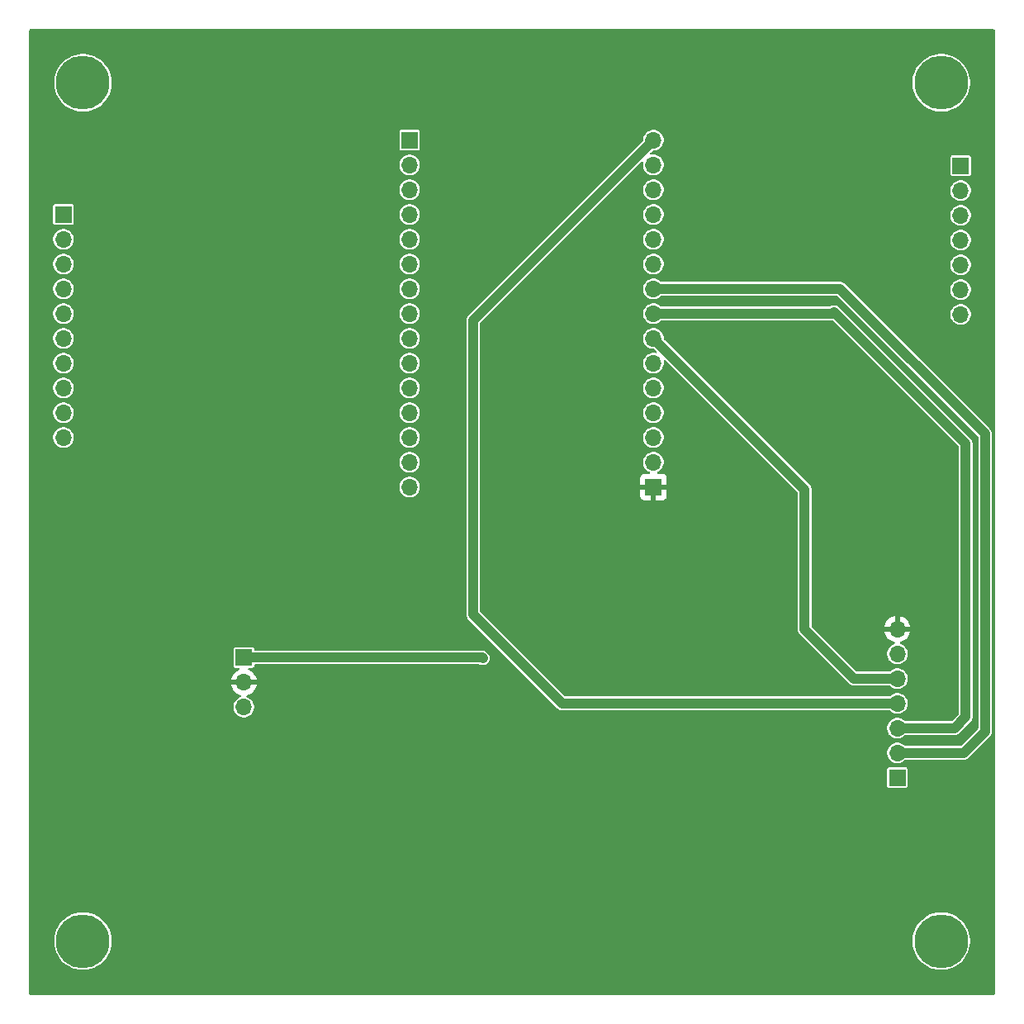
<source format=gbr>
%TF.GenerationSoftware,KiCad,Pcbnew,9.0.0*%
%TF.CreationDate,2025-05-10T18:53:19+02:00*%
%TF.ProjectId,25Zak001 ESP32 Mark0,32355a61-6b30-4303-9120-455350333220,rev?*%
%TF.SameCoordinates,Original*%
%TF.FileFunction,Copper,L2,Bot*%
%TF.FilePolarity,Positive*%
%FSLAX46Y46*%
G04 Gerber Fmt 4.6, Leading zero omitted, Abs format (unit mm)*
G04 Created by KiCad (PCBNEW 9.0.0) date 2025-05-10 18:53:19*
%MOMM*%
%LPD*%
G01*
G04 APERTURE LIST*
%TA.AperFunction,ComponentPad*%
%ADD10R,1.700000X1.700000*%
%TD*%
%TA.AperFunction,ComponentPad*%
%ADD11O,1.700000X1.700000*%
%TD*%
%TA.AperFunction,ConnectorPad*%
%ADD12C,5.500000*%
%TD*%
%TA.AperFunction,ComponentPad*%
%ADD13C,3.600000*%
%TD*%
%TA.AperFunction,ViaPad*%
%ADD14C,1.000000*%
%TD*%
%TA.AperFunction,Conductor*%
%ADD15C,1.000000*%
%TD*%
G04 APERTURE END LIST*
D10*
%TO.P,J4,1,Pin_1*%
%TO.N,/GPIO22*%
X173500000Y-55500000D03*
D11*
%TO.P,J4,2,Pin_2*%
%TO.N,/TX0*%
X173500000Y-58040000D03*
%TO.P,J4,3,Pin_3*%
%TO.N,/RX0*%
X173500000Y-60580000D03*
%TO.P,J4,4,Pin_4*%
%TO.N,/GPIO21*%
X173500000Y-63120000D03*
%TO.P,J4,5,Pin_5*%
%TO.N,/GPIO19*%
X173500000Y-65660000D03*
%TO.P,J4,6,Pin_6*%
%TO.N,/GPIO16*%
X173500000Y-68200000D03*
%TO.P,J4,7,Pin_7*%
%TO.N,/GPIO15*%
X173500000Y-70740000D03*
%TD*%
D12*
%TO.P,H4,1*%
%TO.N,N/C*%
X171500000Y-135000000D03*
D13*
X171500000Y-135000000D03*
%TD*%
D12*
%TO.P,H3,1*%
%TO.N,N/C*%
X83500000Y-135000000D03*
D13*
X83500000Y-135000000D03*
%TD*%
D12*
%TO.P,H2,1*%
%TO.N,N/C*%
X171500000Y-47000000D03*
D13*
X171500000Y-47000000D03*
%TD*%
D12*
%TO.P,H1,1*%
%TO.N,N/C*%
X83500000Y-47000000D03*
D13*
X83500000Y-47000000D03*
%TD*%
D10*
%TO.P,J7,1,Pin_1*%
%TO.N,+3.3V*%
X142000000Y-88440000D03*
D11*
%TO.P,J7,2,Pin_2*%
%TO.N,GND*%
X142000000Y-85900000D03*
%TO.P,J7,3,Pin_3*%
%TO.N,/GPIO15*%
X142000000Y-83360000D03*
%TO.P,J7,4,Pin_4*%
%TO.N,/BUSY*%
X142000000Y-80820000D03*
%TO.P,J7,5,Pin_5*%
%TO.N,/DATA*%
X142000000Y-78280000D03*
%TO.P,J7,6,Pin_6*%
%TO.N,/GPIO16*%
X142000000Y-75740000D03*
%TO.P,J7,7,Pin_7*%
%TO.N,/DC*%
X142000000Y-73200000D03*
%TO.P,J7,8,Pin_8*%
%TO.N,/CS*%
X142000000Y-70660000D03*
%TO.P,J7,9,Pin_9*%
%TO.N,/CLK*%
X142000000Y-68120000D03*
%TO.P,J7,10,Pin_10*%
%TO.N,/GPIO19*%
X142000000Y-65580000D03*
%TO.P,J7,11,Pin_11*%
%TO.N,/GPIO21*%
X142000000Y-63040000D03*
%TO.P,J7,12,Pin_12*%
%TO.N,/RX0*%
X142000000Y-60500000D03*
%TO.P,J7,13,Pin_13*%
%TO.N,/TX0*%
X142000000Y-57960000D03*
%TO.P,J7,14,Pin_14*%
%TO.N,/GPIO22*%
X142000000Y-55420000D03*
%TO.P,J7,15,Pin_15*%
%TO.N,/SDI*%
X142000000Y-52880000D03*
%TD*%
D10*
%TO.P,J6,1,Pin_1*%
%TO.N,unconnected-(J6-Pin_1-Pad1)*%
X117000000Y-52880000D03*
D11*
%TO.P,J6,2,Pin_2*%
%TO.N,unconnected-(J6-Pin_2-Pad2)*%
X117000000Y-55420000D03*
%TO.P,J6,3,Pin_3*%
%TO.N,unconnected-(J6-Pin_3-Pad3)*%
X117000000Y-57960000D03*
%TO.P,J6,4,Pin_4*%
%TO.N,/GPIO34*%
X117000000Y-60500000D03*
%TO.P,J6,5,Pin_5*%
%TO.N,/GPIO35*%
X117000000Y-63040000D03*
%TO.P,J6,6,Pin_6*%
%TO.N,/GPIO32*%
X117000000Y-65580000D03*
%TO.P,J6,7,Pin_7*%
%TO.N,/GPIO33*%
X117000000Y-68120000D03*
%TO.P,J6,8,Pin_8*%
%TO.N,/GPIO25*%
X117000000Y-70660000D03*
%TO.P,J6,9,Pin_9*%
%TO.N,/GPIO26*%
X117000000Y-73200000D03*
%TO.P,J6,10,Pin_10*%
%TO.N,/GPIO27*%
X117000000Y-75740000D03*
%TO.P,J6,11,Pin_11*%
%TO.N,/GPIO14*%
X117000000Y-78280000D03*
%TO.P,J6,12,Pin_12*%
%TO.N,/GPIO12*%
X117000000Y-80820000D03*
%TO.P,J6,13,Pin_13*%
%TO.N,/GPIO13*%
X117000000Y-83360000D03*
%TO.P,J6,14,Pin_14*%
%TO.N,GND*%
X117000000Y-85900000D03*
%TO.P,J6,15,Pin_15*%
%TO.N,+5V*%
X117000000Y-88440000D03*
%TD*%
D10*
%TO.P,J3,1,Pin_1*%
%TO.N,/GPIO34*%
X81500000Y-60500000D03*
D11*
%TO.P,J3,2,Pin_2*%
%TO.N,/GPIO35*%
X81500000Y-63040000D03*
%TO.P,J3,3,Pin_3*%
%TO.N,/GPIO32*%
X81500000Y-65580000D03*
%TO.P,J3,4,Pin_4*%
%TO.N,/GPIO33*%
X81500000Y-68120000D03*
%TO.P,J3,5,Pin_5*%
%TO.N,/GPIO25*%
X81500000Y-70660000D03*
%TO.P,J3,6,Pin_6*%
%TO.N,/GPIO26*%
X81500000Y-73200000D03*
%TO.P,J3,7,Pin_7*%
%TO.N,/GPIO27*%
X81500000Y-75740000D03*
%TO.P,J3,8,Pin_8*%
%TO.N,/GPIO14*%
X81500000Y-78280000D03*
%TO.P,J3,9,Pin_9*%
%TO.N,/GPIO12*%
X81500000Y-80820000D03*
%TO.P,J3,10,Pin_10*%
%TO.N,/GPIO13*%
X81500000Y-83360000D03*
%TD*%
D10*
%TO.P,J2,1,Pin_1*%
%TO.N,/BUSY*%
X167000000Y-118240000D03*
D11*
%TO.P,J2,2,Pin_2*%
%TO.N,/CLK*%
X167000000Y-115700000D03*
%TO.P,J2,3,Pin_3*%
%TO.N,/CS*%
X167000000Y-113160000D03*
%TO.P,J2,4,Pin_4*%
%TO.N,/SDI*%
X167000000Y-110620000D03*
%TO.P,J2,5,Pin_5*%
%TO.N,/DC*%
X167000000Y-108080000D03*
%TO.P,J2,6,Pin_6*%
%TO.N,GND*%
X167000000Y-105540000D03*
%TO.P,J2,7,Pin_7*%
%TO.N,+3.3V*%
X167000000Y-103000000D03*
%TD*%
D10*
%TO.P,U1,1,DATA*%
%TO.N,/DATA*%
X100000000Y-105920000D03*
D11*
%TO.P,U1,2,VDD*%
%TO.N,+3.3V*%
X100000000Y-108460000D03*
%TO.P,U1,3,GND*%
%TO.N,GND*%
X100000000Y-111000000D03*
%TD*%
D14*
%TO.N,/DATA*%
X124500000Y-106000000D03*
%TD*%
D15*
%TO.N,/CS*%
X172840000Y-113160000D02*
X174000000Y-112000000D01*
X167000000Y-113160000D02*
X172840000Y-113160000D01*
X174000000Y-112000000D02*
X174000000Y-84000000D01*
%TO.N,/DATA*%
X124420000Y-105920000D02*
X100000000Y-105920000D01*
X124500000Y-106000000D02*
X124420000Y-105920000D01*
%TO.N,/DC*%
X157500000Y-103000000D02*
X157500000Y-88700000D01*
X157500000Y-88700000D02*
X142000000Y-73200000D01*
X162580000Y-108080000D02*
X157500000Y-103000000D01*
X167000000Y-108080000D02*
X162580000Y-108080000D01*
%TO.N,/CLK*%
X161120000Y-68120000D02*
X142000000Y-68120000D01*
X176000000Y-113500000D02*
X176000000Y-83000000D01*
X173800000Y-115700000D02*
X176000000Y-113500000D01*
X176000000Y-83000000D02*
X161120000Y-68120000D01*
X167000000Y-115700000D02*
X173800000Y-115700000D01*
%TO.N,/SDI*%
X123500000Y-101500000D02*
X132620000Y-110620000D01*
X123500000Y-71380000D02*
X123500000Y-101500000D01*
X142000000Y-52880000D02*
X123500000Y-71380000D01*
X132620000Y-110620000D02*
X167000000Y-110620000D01*
%TO.N,/CS*%
X160340000Y-70660000D02*
X142000000Y-70660000D01*
X174000000Y-84000000D02*
X160500000Y-70500000D01*
%TD*%
%TA.AperFunction,Conductor*%
%TO.N,+3.3V*%
G36*
X176942539Y-41520185D02*
G01*
X176988294Y-41572989D01*
X176999500Y-41624500D01*
X176999500Y-140375500D01*
X176979815Y-140442539D01*
X176927011Y-140488294D01*
X176875500Y-140499500D01*
X78124500Y-140499500D01*
X78057461Y-140479815D01*
X78011706Y-140427011D01*
X78000500Y-140375500D01*
X78000500Y-134834296D01*
X80549500Y-134834296D01*
X80549500Y-135165703D01*
X80586601Y-135494991D01*
X80586604Y-135495005D01*
X80660346Y-135818093D01*
X80660349Y-135818101D01*
X80769799Y-136130890D01*
X80913582Y-136429458D01*
X80913584Y-136429461D01*
X81089896Y-136710060D01*
X81296516Y-136969153D01*
X81530847Y-137203484D01*
X81789940Y-137410104D01*
X82070539Y-137586416D01*
X82369113Y-137730202D01*
X82604037Y-137812405D01*
X82681898Y-137839650D01*
X82681906Y-137839653D01*
X82681909Y-137839653D01*
X82681910Y-137839654D01*
X83004994Y-137913396D01*
X83005003Y-137913397D01*
X83005008Y-137913398D01*
X83224533Y-137938132D01*
X83334297Y-137950499D01*
X83334300Y-137950500D01*
X83334303Y-137950500D01*
X83665700Y-137950500D01*
X83665701Y-137950499D01*
X83833996Y-137931537D01*
X83994991Y-137913398D01*
X83994994Y-137913397D01*
X83995006Y-137913396D01*
X84318090Y-137839654D01*
X84630887Y-137730202D01*
X84929461Y-137586416D01*
X85210060Y-137410104D01*
X85469153Y-137203484D01*
X85703484Y-136969153D01*
X85910104Y-136710060D01*
X86086416Y-136429461D01*
X86230202Y-136130887D01*
X86339654Y-135818090D01*
X86413396Y-135495006D01*
X86450500Y-135165697D01*
X86450500Y-134834303D01*
X86450499Y-134834296D01*
X168549500Y-134834296D01*
X168549500Y-135165703D01*
X168586601Y-135494991D01*
X168586604Y-135495005D01*
X168660346Y-135818093D01*
X168660349Y-135818101D01*
X168769799Y-136130890D01*
X168913582Y-136429458D01*
X168913584Y-136429461D01*
X169089896Y-136710060D01*
X169296516Y-136969153D01*
X169530847Y-137203484D01*
X169789940Y-137410104D01*
X170070539Y-137586416D01*
X170369113Y-137730202D01*
X170604037Y-137812405D01*
X170681898Y-137839650D01*
X170681906Y-137839653D01*
X170681909Y-137839653D01*
X170681910Y-137839654D01*
X171004994Y-137913396D01*
X171005003Y-137913397D01*
X171005008Y-137913398D01*
X171224533Y-137938132D01*
X171334297Y-137950499D01*
X171334300Y-137950500D01*
X171334303Y-137950500D01*
X171665700Y-137950500D01*
X171665701Y-137950499D01*
X171833996Y-137931537D01*
X171994991Y-137913398D01*
X171994994Y-137913397D01*
X171995006Y-137913396D01*
X172318090Y-137839654D01*
X172630887Y-137730202D01*
X172929461Y-137586416D01*
X173210060Y-137410104D01*
X173469153Y-137203484D01*
X173703484Y-136969153D01*
X173910104Y-136710060D01*
X174086416Y-136429461D01*
X174230202Y-136130887D01*
X174339654Y-135818090D01*
X174413396Y-135495006D01*
X174450500Y-135165697D01*
X174450500Y-134834303D01*
X174413396Y-134504994D01*
X174339654Y-134181910D01*
X174230202Y-133869113D01*
X174086416Y-133570539D01*
X173910104Y-133289940D01*
X173703484Y-133030847D01*
X173469153Y-132796516D01*
X173210060Y-132589896D01*
X172929461Y-132413584D01*
X172929458Y-132413582D01*
X172630890Y-132269799D01*
X172318101Y-132160349D01*
X172318093Y-132160346D01*
X172075777Y-132105039D01*
X171995006Y-132086604D01*
X171995003Y-132086603D01*
X171994991Y-132086601D01*
X171665703Y-132049500D01*
X171665697Y-132049500D01*
X171334303Y-132049500D01*
X171334296Y-132049500D01*
X171005008Y-132086601D01*
X171004994Y-132086604D01*
X170681906Y-132160346D01*
X170681898Y-132160349D01*
X170369109Y-132269799D01*
X170070541Y-132413582D01*
X169789941Y-132589895D01*
X169530847Y-132796515D01*
X169296515Y-133030847D01*
X169089895Y-133289941D01*
X168913582Y-133570541D01*
X168769799Y-133869109D01*
X168660349Y-134181898D01*
X168660346Y-134181906D01*
X168586604Y-134504994D01*
X168586601Y-134505008D01*
X168549500Y-134834296D01*
X86450499Y-134834296D01*
X86413396Y-134504994D01*
X86339654Y-134181910D01*
X86230202Y-133869113D01*
X86086416Y-133570539D01*
X85910104Y-133289940D01*
X85703484Y-133030847D01*
X85469153Y-132796516D01*
X85210060Y-132589896D01*
X84929461Y-132413584D01*
X84929458Y-132413582D01*
X84630890Y-132269799D01*
X84318101Y-132160349D01*
X84318093Y-132160346D01*
X84075777Y-132105039D01*
X83995006Y-132086604D01*
X83995003Y-132086603D01*
X83994991Y-132086601D01*
X83665703Y-132049500D01*
X83665697Y-132049500D01*
X83334303Y-132049500D01*
X83334296Y-132049500D01*
X83005008Y-132086601D01*
X83004994Y-132086604D01*
X82681906Y-132160346D01*
X82681898Y-132160349D01*
X82369109Y-132269799D01*
X82070541Y-132413582D01*
X81789941Y-132589895D01*
X81530847Y-132796515D01*
X81296515Y-133030847D01*
X81089895Y-133289941D01*
X80913582Y-133570541D01*
X80769799Y-133869109D01*
X80660349Y-134181898D01*
X80660346Y-134181906D01*
X80586604Y-134504994D01*
X80586601Y-134505008D01*
X80549500Y-134834296D01*
X78000500Y-134834296D01*
X78000500Y-117370247D01*
X165949500Y-117370247D01*
X165949500Y-119109752D01*
X165961131Y-119168229D01*
X165961132Y-119168230D01*
X166005447Y-119234552D01*
X166071769Y-119278867D01*
X166071770Y-119278868D01*
X166130247Y-119290499D01*
X166130250Y-119290500D01*
X166130252Y-119290500D01*
X167869750Y-119290500D01*
X167869751Y-119290499D01*
X167884568Y-119287552D01*
X167928229Y-119278868D01*
X167928229Y-119278867D01*
X167928231Y-119278867D01*
X167994552Y-119234552D01*
X168038867Y-119168231D01*
X168038867Y-119168229D01*
X168038868Y-119168229D01*
X168050499Y-119109752D01*
X168050500Y-119109750D01*
X168050500Y-117370249D01*
X168050499Y-117370247D01*
X168038868Y-117311770D01*
X168038867Y-117311769D01*
X167994552Y-117245447D01*
X167928230Y-117201132D01*
X167928229Y-117201131D01*
X167869752Y-117189500D01*
X167869748Y-117189500D01*
X166130252Y-117189500D01*
X166130247Y-117189500D01*
X166071770Y-117201131D01*
X166071769Y-117201132D01*
X166005447Y-117245447D01*
X165961132Y-117311769D01*
X165961131Y-117311770D01*
X165949500Y-117370247D01*
X78000500Y-117370247D01*
X78000500Y-108210000D01*
X98672769Y-108210000D01*
X99566988Y-108210000D01*
X99534075Y-108267007D01*
X99500000Y-108394174D01*
X99500000Y-108525826D01*
X99534075Y-108652993D01*
X99566988Y-108710000D01*
X98672769Y-108710000D01*
X98683242Y-108776126D01*
X98683242Y-108776129D01*
X98748904Y-108978217D01*
X98845379Y-109167557D01*
X98970272Y-109339459D01*
X98970276Y-109339464D01*
X99120535Y-109489723D01*
X99120540Y-109489727D01*
X99292442Y-109614620D01*
X99481782Y-109711095D01*
X99657973Y-109768343D01*
X99715648Y-109807780D01*
X99742847Y-109872139D01*
X99730932Y-109940985D01*
X99683688Y-109992461D01*
X99667108Y-110000835D01*
X99502403Y-110069057D01*
X99330342Y-110184024D01*
X99184024Y-110330342D01*
X99069058Y-110502403D01*
X98989870Y-110693579D01*
X98989868Y-110693587D01*
X98949500Y-110896530D01*
X98949500Y-111103469D01*
X98989868Y-111306412D01*
X98989870Y-111306420D01*
X99043534Y-111435977D01*
X99069059Y-111497598D01*
X99126541Y-111583626D01*
X99184024Y-111669657D01*
X99330342Y-111815975D01*
X99330345Y-111815977D01*
X99502402Y-111930941D01*
X99693580Y-112010130D01*
X99896530Y-112050499D01*
X99896534Y-112050500D01*
X99896535Y-112050500D01*
X100103466Y-112050500D01*
X100103467Y-112050499D01*
X100306420Y-112010130D01*
X100497598Y-111930941D01*
X100669655Y-111815977D01*
X100815977Y-111669655D01*
X100930941Y-111497598D01*
X101010130Y-111306420D01*
X101050500Y-111103465D01*
X101050500Y-110896535D01*
X101010130Y-110693580D01*
X100930941Y-110502402D01*
X100815977Y-110330345D01*
X100815975Y-110330342D01*
X100669657Y-110184024D01*
X100583626Y-110126541D01*
X100497598Y-110069059D01*
X100497593Y-110069057D01*
X100435891Y-110043499D01*
X100332890Y-110000834D01*
X100278488Y-109956994D01*
X100256423Y-109890700D01*
X100273702Y-109823001D01*
X100324839Y-109775390D01*
X100342026Y-109768343D01*
X100518217Y-109711095D01*
X100707557Y-109614620D01*
X100879459Y-109489727D01*
X100879464Y-109489723D01*
X101029723Y-109339464D01*
X101029727Y-109339459D01*
X101154620Y-109167557D01*
X101251095Y-108978217D01*
X101316757Y-108776129D01*
X101316757Y-108776126D01*
X101327231Y-108710000D01*
X100433012Y-108710000D01*
X100465925Y-108652993D01*
X100500000Y-108525826D01*
X100500000Y-108394174D01*
X100465925Y-108267007D01*
X100433012Y-108210000D01*
X101327231Y-108210000D01*
X101316757Y-108143873D01*
X101316757Y-108143870D01*
X101251095Y-107941782D01*
X101154620Y-107752442D01*
X101029727Y-107580540D01*
X101029723Y-107580535D01*
X100879464Y-107430276D01*
X100879459Y-107430272D01*
X100707557Y-107305379D01*
X100513879Y-107206694D01*
X100514396Y-107205678D01*
X100464192Y-107165221D01*
X100442127Y-107098927D01*
X100459406Y-107031228D01*
X100510542Y-106983617D01*
X100566048Y-106970500D01*
X100869750Y-106970500D01*
X100869751Y-106970499D01*
X100884568Y-106967552D01*
X100928229Y-106958868D01*
X100928229Y-106958867D01*
X100928231Y-106958867D01*
X100994552Y-106914552D01*
X101038867Y-106848231D01*
X101038867Y-106848229D01*
X101038868Y-106848229D01*
X101050499Y-106789752D01*
X101050500Y-106789750D01*
X101050500Y-106744500D01*
X101070185Y-106677461D01*
X101122989Y-106631706D01*
X101174500Y-106620500D01*
X124142859Y-106620500D01*
X124190311Y-106629939D01*
X124295667Y-106673578D01*
X124295672Y-106673580D01*
X124295676Y-106673580D01*
X124295677Y-106673581D01*
X124431003Y-106700500D01*
X124431006Y-106700500D01*
X124568996Y-106700500D01*
X124684817Y-106677461D01*
X124704328Y-106673580D01*
X124768069Y-106647177D01*
X124831807Y-106620777D01*
X124831808Y-106620776D01*
X124831811Y-106620775D01*
X124946543Y-106544114D01*
X125044114Y-106446543D01*
X125120775Y-106331811D01*
X125173580Y-106204328D01*
X125200500Y-106068994D01*
X125200500Y-105931006D01*
X125200500Y-105931003D01*
X125173581Y-105795677D01*
X125173580Y-105795676D01*
X125173580Y-105795672D01*
X125173578Y-105795667D01*
X125120777Y-105668192D01*
X125044112Y-105553454D01*
X124866545Y-105375887D01*
X124751807Y-105299222D01*
X124624332Y-105246421D01*
X124624322Y-105246418D01*
X124488996Y-105219500D01*
X124488994Y-105219500D01*
X124488993Y-105219500D01*
X101174500Y-105219500D01*
X101107461Y-105199815D01*
X101061706Y-105147011D01*
X101050500Y-105095500D01*
X101050500Y-105050249D01*
X101050499Y-105050247D01*
X101038868Y-104991770D01*
X101038867Y-104991769D01*
X100994552Y-104925447D01*
X100928230Y-104881132D01*
X100928229Y-104881131D01*
X100869752Y-104869500D01*
X100869748Y-104869500D01*
X99130252Y-104869500D01*
X99130247Y-104869500D01*
X99071770Y-104881131D01*
X99071769Y-104881132D01*
X99005447Y-104925447D01*
X98961132Y-104991769D01*
X98961131Y-104991770D01*
X98949500Y-105050247D01*
X98949500Y-106789752D01*
X98961131Y-106848229D01*
X98961132Y-106848230D01*
X99005447Y-106914552D01*
X99071769Y-106958867D01*
X99071770Y-106958868D01*
X99130247Y-106970499D01*
X99130250Y-106970500D01*
X99433952Y-106970500D01*
X99500991Y-106990185D01*
X99546746Y-107042989D01*
X99556690Y-107112147D01*
X99527665Y-107175703D01*
X99485735Y-107205938D01*
X99486121Y-107206694D01*
X99292442Y-107305379D01*
X99120540Y-107430272D01*
X99120535Y-107430276D01*
X98970276Y-107580535D01*
X98970272Y-107580540D01*
X98845379Y-107752442D01*
X98748904Y-107941782D01*
X98683242Y-108143870D01*
X98683242Y-108143873D01*
X98672769Y-108210000D01*
X78000500Y-108210000D01*
X78000500Y-101568996D01*
X122799499Y-101568996D01*
X122826418Y-101704322D01*
X122826421Y-101704332D01*
X122879222Y-101831807D01*
X122955887Y-101946545D01*
X132173454Y-111164112D01*
X132288192Y-111240777D01*
X132406196Y-111289655D01*
X132415672Y-111293580D01*
X132415676Y-111293580D01*
X132415677Y-111293581D01*
X132551003Y-111320500D01*
X132551006Y-111320500D01*
X132551007Y-111320500D01*
X166163506Y-111320500D01*
X166230545Y-111340185D01*
X166251182Y-111356814D01*
X166330345Y-111435977D01*
X166502402Y-111550941D01*
X166693580Y-111630130D01*
X166892287Y-111669655D01*
X166896530Y-111670499D01*
X166896534Y-111670500D01*
X166896535Y-111670500D01*
X167103466Y-111670500D01*
X167103467Y-111670499D01*
X167306420Y-111630130D01*
X167497598Y-111550941D01*
X167669655Y-111435977D01*
X167815977Y-111289655D01*
X167930941Y-111117598D01*
X168010130Y-110926420D01*
X168050500Y-110723465D01*
X168050500Y-110516535D01*
X168010130Y-110313580D01*
X167930941Y-110122402D01*
X167815977Y-109950345D01*
X167815975Y-109950342D01*
X167669657Y-109804024D01*
X167530577Y-109711095D01*
X167497598Y-109689059D01*
X167306420Y-109609870D01*
X167306412Y-109609868D01*
X167103469Y-109569500D01*
X167103465Y-109569500D01*
X166896535Y-109569500D01*
X166896530Y-109569500D01*
X166693587Y-109609868D01*
X166693579Y-109609870D01*
X166502403Y-109689058D01*
X166330345Y-109804023D01*
X166251185Y-109883182D01*
X166189865Y-109916666D01*
X166163506Y-109919500D01*
X132961519Y-109919500D01*
X132894480Y-109899815D01*
X132873838Y-109883181D01*
X124236819Y-101246162D01*
X124203334Y-101184839D01*
X124200500Y-101158481D01*
X124200500Y-87542155D01*
X140650000Y-87542155D01*
X140650000Y-88190000D01*
X141566988Y-88190000D01*
X141534075Y-88247007D01*
X141500000Y-88374174D01*
X141500000Y-88505826D01*
X141534075Y-88632993D01*
X141566988Y-88690000D01*
X140650000Y-88690000D01*
X140650000Y-89337844D01*
X140656401Y-89397372D01*
X140656403Y-89397379D01*
X140706645Y-89532086D01*
X140706649Y-89532093D01*
X140792809Y-89647187D01*
X140792812Y-89647190D01*
X140907906Y-89733350D01*
X140907913Y-89733354D01*
X141042620Y-89783596D01*
X141042627Y-89783598D01*
X141102155Y-89789999D01*
X141102172Y-89790000D01*
X141750000Y-89790000D01*
X141750000Y-88873012D01*
X141807007Y-88905925D01*
X141934174Y-88940000D01*
X142065826Y-88940000D01*
X142192993Y-88905925D01*
X142250000Y-88873012D01*
X142250000Y-89790000D01*
X142897828Y-89790000D01*
X142897844Y-89789999D01*
X142957372Y-89783598D01*
X142957379Y-89783596D01*
X143092086Y-89733354D01*
X143092093Y-89733350D01*
X143207187Y-89647190D01*
X143207190Y-89647187D01*
X143293350Y-89532093D01*
X143293354Y-89532086D01*
X143343596Y-89397379D01*
X143343598Y-89397372D01*
X143349999Y-89337844D01*
X143350000Y-89337827D01*
X143350000Y-88690000D01*
X142433012Y-88690000D01*
X142465925Y-88632993D01*
X142500000Y-88505826D01*
X142500000Y-88374174D01*
X142465925Y-88247007D01*
X142433012Y-88190000D01*
X143350000Y-88190000D01*
X143350000Y-87542172D01*
X143349999Y-87542155D01*
X143343598Y-87482627D01*
X143343596Y-87482620D01*
X143293354Y-87347913D01*
X143293350Y-87347906D01*
X143207190Y-87232812D01*
X143207187Y-87232809D01*
X143092093Y-87146649D01*
X143092086Y-87146645D01*
X142957379Y-87096403D01*
X142957372Y-87096401D01*
X142897844Y-87090000D01*
X142495565Y-87090000D01*
X142428526Y-87070315D01*
X142382771Y-87017511D01*
X142372827Y-86948353D01*
X142401852Y-86884797D01*
X142448112Y-86851439D01*
X142453608Y-86849162D01*
X142497598Y-86830941D01*
X142669655Y-86715977D01*
X142815977Y-86569655D01*
X142930941Y-86397598D01*
X143010130Y-86206420D01*
X143050500Y-86003465D01*
X143050500Y-85796535D01*
X143010130Y-85593580D01*
X142930941Y-85402402D01*
X142815977Y-85230345D01*
X142815975Y-85230342D01*
X142669657Y-85084024D01*
X142583626Y-85026541D01*
X142497598Y-84969059D01*
X142306420Y-84889870D01*
X142306412Y-84889868D01*
X142103469Y-84849500D01*
X142103465Y-84849500D01*
X141896535Y-84849500D01*
X141896530Y-84849500D01*
X141693587Y-84889868D01*
X141693579Y-84889870D01*
X141502403Y-84969058D01*
X141330342Y-85084024D01*
X141184024Y-85230342D01*
X141069058Y-85402403D01*
X140989870Y-85593579D01*
X140989868Y-85593587D01*
X140949500Y-85796530D01*
X140949500Y-86003469D01*
X140989868Y-86206412D01*
X140989870Y-86206420D01*
X141069058Y-86397596D01*
X141184024Y-86569657D01*
X141330342Y-86715975D01*
X141330345Y-86715977D01*
X141502402Y-86830941D01*
X141541993Y-86847340D01*
X141551888Y-86851439D01*
X141606291Y-86895280D01*
X141628356Y-86961574D01*
X141611077Y-87029274D01*
X141559939Y-87076884D01*
X141504435Y-87090000D01*
X141102155Y-87090000D01*
X141042627Y-87096401D01*
X141042620Y-87096403D01*
X140907913Y-87146645D01*
X140907906Y-87146649D01*
X140792812Y-87232809D01*
X140792809Y-87232812D01*
X140706649Y-87347906D01*
X140706645Y-87347913D01*
X140656403Y-87482620D01*
X140656401Y-87482627D01*
X140650000Y-87542155D01*
X124200500Y-87542155D01*
X124200500Y-83256530D01*
X140949500Y-83256530D01*
X140949500Y-83463469D01*
X140989868Y-83666412D01*
X140989870Y-83666420D01*
X141069058Y-83857596D01*
X141184024Y-84029657D01*
X141330342Y-84175975D01*
X141330345Y-84175977D01*
X141502402Y-84290941D01*
X141693580Y-84370130D01*
X141896530Y-84410499D01*
X141896534Y-84410500D01*
X141896535Y-84410500D01*
X142103466Y-84410500D01*
X142103467Y-84410499D01*
X142306420Y-84370130D01*
X142497598Y-84290941D01*
X142669655Y-84175977D01*
X142815977Y-84029655D01*
X142930941Y-83857598D01*
X143010130Y-83666420D01*
X143050500Y-83463465D01*
X143050500Y-83256535D01*
X143010130Y-83053580D01*
X142930941Y-82862402D01*
X142815977Y-82690345D01*
X142815975Y-82690342D01*
X142669657Y-82544024D01*
X142583626Y-82486541D01*
X142497598Y-82429059D01*
X142306420Y-82349870D01*
X142306412Y-82349868D01*
X142103469Y-82309500D01*
X142103465Y-82309500D01*
X141896535Y-82309500D01*
X141896530Y-82309500D01*
X141693587Y-82349868D01*
X141693579Y-82349870D01*
X141502403Y-82429058D01*
X141330342Y-82544024D01*
X141184024Y-82690342D01*
X141069058Y-82862403D01*
X140989870Y-83053579D01*
X140989868Y-83053587D01*
X140949500Y-83256530D01*
X124200500Y-83256530D01*
X124200500Y-80716530D01*
X140949500Y-80716530D01*
X140949500Y-80923469D01*
X140989868Y-81126412D01*
X140989870Y-81126420D01*
X141069058Y-81317596D01*
X141184024Y-81489657D01*
X141330342Y-81635975D01*
X141330345Y-81635977D01*
X141502402Y-81750941D01*
X141693580Y-81830130D01*
X141896530Y-81870499D01*
X141896534Y-81870500D01*
X141896535Y-81870500D01*
X142103466Y-81870500D01*
X142103467Y-81870499D01*
X142306420Y-81830130D01*
X142497598Y-81750941D01*
X142669655Y-81635977D01*
X142815977Y-81489655D01*
X142930941Y-81317598D01*
X143010130Y-81126420D01*
X143050500Y-80923465D01*
X143050500Y-80716535D01*
X143010130Y-80513580D01*
X142930941Y-80322402D01*
X142815977Y-80150345D01*
X142815975Y-80150342D01*
X142669657Y-80004024D01*
X142583626Y-79946541D01*
X142497598Y-79889059D01*
X142306420Y-79809870D01*
X142306412Y-79809868D01*
X142103469Y-79769500D01*
X142103465Y-79769500D01*
X141896535Y-79769500D01*
X141896530Y-79769500D01*
X141693587Y-79809868D01*
X141693579Y-79809870D01*
X141502403Y-79889058D01*
X141330342Y-80004024D01*
X141184024Y-80150342D01*
X141069058Y-80322403D01*
X140989870Y-80513579D01*
X140989868Y-80513587D01*
X140949500Y-80716530D01*
X124200500Y-80716530D01*
X124200500Y-78176530D01*
X140949500Y-78176530D01*
X140949500Y-78383469D01*
X140989868Y-78586412D01*
X140989870Y-78586420D01*
X141069058Y-78777596D01*
X141184024Y-78949657D01*
X141330342Y-79095975D01*
X141330345Y-79095977D01*
X141502402Y-79210941D01*
X141693580Y-79290130D01*
X141896530Y-79330499D01*
X141896534Y-79330500D01*
X141896535Y-79330500D01*
X142103466Y-79330500D01*
X142103467Y-79330499D01*
X142306420Y-79290130D01*
X142497598Y-79210941D01*
X142669655Y-79095977D01*
X142815977Y-78949655D01*
X142930941Y-78777598D01*
X143010130Y-78586420D01*
X143050500Y-78383465D01*
X143050500Y-78176535D01*
X143010130Y-77973580D01*
X142930941Y-77782402D01*
X142815977Y-77610345D01*
X142815975Y-77610342D01*
X142669657Y-77464024D01*
X142583626Y-77406541D01*
X142497598Y-77349059D01*
X142306420Y-77269870D01*
X142306412Y-77269868D01*
X142103469Y-77229500D01*
X142103465Y-77229500D01*
X141896535Y-77229500D01*
X141896530Y-77229500D01*
X141693587Y-77269868D01*
X141693579Y-77269870D01*
X141502403Y-77349058D01*
X141330342Y-77464024D01*
X141184024Y-77610342D01*
X141069058Y-77782403D01*
X140989870Y-77973579D01*
X140989868Y-77973587D01*
X140949500Y-78176530D01*
X124200500Y-78176530D01*
X124200500Y-73096530D01*
X140949500Y-73096530D01*
X140949500Y-73303469D01*
X140989868Y-73506412D01*
X140989870Y-73506420D01*
X141069058Y-73697596D01*
X141184024Y-73869657D01*
X141330342Y-74015975D01*
X141330345Y-74015977D01*
X141502402Y-74130941D01*
X141693580Y-74210130D01*
X141896530Y-74250499D01*
X141896534Y-74250500D01*
X141896535Y-74250500D01*
X142008481Y-74250500D01*
X142075520Y-74270185D01*
X142096162Y-74286819D01*
X142307970Y-74498627D01*
X142341455Y-74559950D01*
X142336471Y-74629642D01*
X142294599Y-74685575D01*
X142229135Y-74709992D01*
X142196098Y-74707925D01*
X142103469Y-74689500D01*
X142103465Y-74689500D01*
X141896535Y-74689500D01*
X141896530Y-74689500D01*
X141693587Y-74729868D01*
X141693579Y-74729870D01*
X141502403Y-74809058D01*
X141330342Y-74924024D01*
X141184024Y-75070342D01*
X141069058Y-75242403D01*
X140989870Y-75433579D01*
X140989868Y-75433587D01*
X140949500Y-75636530D01*
X140949500Y-75843469D01*
X140989868Y-76046412D01*
X140989870Y-76046420D01*
X141069058Y-76237596D01*
X141184024Y-76409657D01*
X141330342Y-76555975D01*
X141330345Y-76555977D01*
X141502402Y-76670941D01*
X141693580Y-76750130D01*
X141896530Y-76790499D01*
X141896534Y-76790500D01*
X141896535Y-76790500D01*
X142103466Y-76790500D01*
X142103467Y-76790499D01*
X142306420Y-76750130D01*
X142497598Y-76670941D01*
X142669655Y-76555977D01*
X142815977Y-76409655D01*
X142930941Y-76237598D01*
X143010130Y-76046420D01*
X143050500Y-75843465D01*
X143050500Y-75636535D01*
X143032074Y-75543901D01*
X143038301Y-75474310D01*
X143081164Y-75419133D01*
X143147053Y-75395888D01*
X143215050Y-75411956D01*
X143241372Y-75432029D01*
X156763181Y-88953838D01*
X156796666Y-89015161D01*
X156799500Y-89041519D01*
X156799500Y-102931006D01*
X156799500Y-103068994D01*
X156799500Y-103068996D01*
X156799499Y-103068996D01*
X156826418Y-103204322D01*
X156826421Y-103204332D01*
X156879222Y-103331807D01*
X156955887Y-103446545D01*
X162133454Y-108624112D01*
X162248192Y-108700777D01*
X162366196Y-108749655D01*
X162375672Y-108753580D01*
X162375676Y-108753580D01*
X162375677Y-108753581D01*
X162511003Y-108780500D01*
X162511006Y-108780500D01*
X162511007Y-108780500D01*
X166163506Y-108780500D01*
X166230545Y-108800185D01*
X166251182Y-108816814D01*
X166330345Y-108895977D01*
X166502402Y-109010941D01*
X166693580Y-109090130D01*
X166896530Y-109130499D01*
X166896534Y-109130500D01*
X166896535Y-109130500D01*
X167103466Y-109130500D01*
X167103467Y-109130499D01*
X167306420Y-109090130D01*
X167497598Y-109010941D01*
X167669655Y-108895977D01*
X167815977Y-108749655D01*
X167930941Y-108577598D01*
X168010130Y-108386420D01*
X168050500Y-108183465D01*
X168050500Y-107976535D01*
X168010130Y-107773580D01*
X167930941Y-107582402D01*
X167815977Y-107410345D01*
X167815975Y-107410342D01*
X167669657Y-107264024D01*
X167521786Y-107165221D01*
X167497598Y-107149059D01*
X167376569Y-107098927D01*
X167306420Y-107069870D01*
X167306412Y-107069868D01*
X167103469Y-107029500D01*
X167103465Y-107029500D01*
X166896535Y-107029500D01*
X166896530Y-107029500D01*
X166693587Y-107069868D01*
X166693579Y-107069870D01*
X166502403Y-107149058D01*
X166330345Y-107264023D01*
X166251185Y-107343182D01*
X166189865Y-107376666D01*
X166163506Y-107379500D01*
X162921519Y-107379500D01*
X162854480Y-107359815D01*
X162833838Y-107343181D01*
X158240657Y-102750000D01*
X165672769Y-102750000D01*
X166566988Y-102750000D01*
X166534075Y-102807007D01*
X166500000Y-102934174D01*
X166500000Y-103065826D01*
X166534075Y-103192993D01*
X166566988Y-103250000D01*
X165672769Y-103250000D01*
X165683242Y-103316126D01*
X165683242Y-103316129D01*
X165748904Y-103518217D01*
X165845379Y-103707557D01*
X165970272Y-103879459D01*
X165970276Y-103879464D01*
X166120535Y-104029723D01*
X166120540Y-104029727D01*
X166292442Y-104154620D01*
X166481782Y-104251095D01*
X166657973Y-104308343D01*
X166715648Y-104347780D01*
X166742847Y-104412139D01*
X166730932Y-104480985D01*
X166683688Y-104532461D01*
X166667108Y-104540835D01*
X166502403Y-104609057D01*
X166330342Y-104724024D01*
X166184024Y-104870342D01*
X166069058Y-105042403D01*
X165989870Y-105233579D01*
X165989868Y-105233587D01*
X165949500Y-105436530D01*
X165949500Y-105643469D01*
X165989868Y-105846412D01*
X165989870Y-105846420D01*
X166069059Y-106037598D01*
X166126541Y-106123626D01*
X166184024Y-106209657D01*
X166330342Y-106355975D01*
X166330345Y-106355977D01*
X166502402Y-106470941D01*
X166693580Y-106550130D01*
X166896530Y-106590499D01*
X166896534Y-106590500D01*
X166896535Y-106590500D01*
X167103466Y-106590500D01*
X167103467Y-106590499D01*
X167306420Y-106550130D01*
X167497598Y-106470941D01*
X167669655Y-106355977D01*
X167815977Y-106209655D01*
X167930941Y-106037598D01*
X168010130Y-105846420D01*
X168050500Y-105643465D01*
X168050500Y-105436535D01*
X168010130Y-105233580D01*
X167930941Y-105042402D01*
X167815977Y-104870345D01*
X167815975Y-104870342D01*
X167669657Y-104724024D01*
X167583626Y-104666541D01*
X167497598Y-104609059D01*
X167497593Y-104609057D01*
X167435891Y-104583499D01*
X167332890Y-104540834D01*
X167278488Y-104496994D01*
X167256423Y-104430700D01*
X167273702Y-104363001D01*
X167324839Y-104315390D01*
X167342026Y-104308343D01*
X167518217Y-104251095D01*
X167707557Y-104154620D01*
X167879459Y-104029727D01*
X167879464Y-104029723D01*
X168029723Y-103879464D01*
X168029727Y-103879459D01*
X168154620Y-103707557D01*
X168251095Y-103518217D01*
X168316757Y-103316129D01*
X168316757Y-103316126D01*
X168327231Y-103250000D01*
X167433012Y-103250000D01*
X167465925Y-103192993D01*
X167500000Y-103065826D01*
X167500000Y-102934174D01*
X167465925Y-102807007D01*
X167433012Y-102750000D01*
X168327231Y-102750000D01*
X168316757Y-102683873D01*
X168316757Y-102683870D01*
X168251095Y-102481782D01*
X168154620Y-102292442D01*
X168029727Y-102120540D01*
X168029723Y-102120535D01*
X167879464Y-101970276D01*
X167879459Y-101970272D01*
X167707557Y-101845379D01*
X167518215Y-101748903D01*
X167316124Y-101683241D01*
X167250000Y-101672768D01*
X167250000Y-102566988D01*
X167192993Y-102534075D01*
X167065826Y-102500000D01*
X166934174Y-102500000D01*
X166807007Y-102534075D01*
X166750000Y-102566988D01*
X166750000Y-101672768D01*
X166749999Y-101672768D01*
X166683875Y-101683241D01*
X166481784Y-101748903D01*
X166292442Y-101845379D01*
X166120540Y-101970272D01*
X166120535Y-101970276D01*
X165970276Y-102120535D01*
X165970272Y-102120540D01*
X165845379Y-102292442D01*
X165748904Y-102481782D01*
X165683242Y-102683870D01*
X165683242Y-102683873D01*
X165672769Y-102750000D01*
X158240657Y-102750000D01*
X158236819Y-102746162D01*
X158203334Y-102684839D01*
X158200500Y-102658481D01*
X158200500Y-88631004D01*
X158173581Y-88495677D01*
X158173580Y-88495676D01*
X158173580Y-88495672D01*
X158120775Y-88368189D01*
X158119367Y-88366082D01*
X158044114Y-88253457D01*
X158044112Y-88253454D01*
X143086819Y-73296161D01*
X143053334Y-73234838D01*
X143050500Y-73208480D01*
X143050500Y-73096534D01*
X143050499Y-73096530D01*
X143010131Y-72893587D01*
X143010130Y-72893580D01*
X142930941Y-72702402D01*
X142815977Y-72530345D01*
X142815975Y-72530342D01*
X142669657Y-72384024D01*
X142583626Y-72326541D01*
X142497598Y-72269059D01*
X142306420Y-72189870D01*
X142306412Y-72189868D01*
X142103469Y-72149500D01*
X142103465Y-72149500D01*
X141896535Y-72149500D01*
X141896530Y-72149500D01*
X141693587Y-72189868D01*
X141693579Y-72189870D01*
X141502403Y-72269058D01*
X141330342Y-72384024D01*
X141184024Y-72530342D01*
X141069058Y-72702403D01*
X140989870Y-72893579D01*
X140989868Y-72893587D01*
X140949500Y-73096530D01*
X124200500Y-73096530D01*
X124200500Y-71721519D01*
X124220185Y-71654480D01*
X124236819Y-71633838D01*
X125314127Y-70556530D01*
X140949500Y-70556530D01*
X140949500Y-70763469D01*
X140983313Y-70933457D01*
X140989870Y-70966420D01*
X141069059Y-71157598D01*
X141121462Y-71236025D01*
X141184024Y-71329657D01*
X141330342Y-71475975D01*
X141330345Y-71475977D01*
X141502402Y-71590941D01*
X141693580Y-71670130D01*
X141896530Y-71710499D01*
X141896534Y-71710500D01*
X141896535Y-71710500D01*
X142103466Y-71710500D01*
X142103467Y-71710499D01*
X142306420Y-71670130D01*
X142497598Y-71590941D01*
X142669655Y-71475977D01*
X142748814Y-71396817D01*
X142810135Y-71363334D01*
X142836494Y-71360500D01*
X160318481Y-71360500D01*
X160385520Y-71380185D01*
X160406162Y-71396819D01*
X173263181Y-84253838D01*
X173296666Y-84315161D01*
X173299500Y-84341519D01*
X173299500Y-111658481D01*
X173279815Y-111725520D01*
X173263181Y-111746162D01*
X172586162Y-112423181D01*
X172524839Y-112456666D01*
X172498481Y-112459500D01*
X167836494Y-112459500D01*
X167769455Y-112439815D01*
X167748817Y-112423185D01*
X167669655Y-112344023D01*
X167497598Y-112229059D01*
X167437892Y-112204328D01*
X167306420Y-112149870D01*
X167306412Y-112149868D01*
X167103469Y-112109500D01*
X167103465Y-112109500D01*
X166896535Y-112109500D01*
X166896530Y-112109500D01*
X166693587Y-112149868D01*
X166693579Y-112149870D01*
X166502403Y-112229058D01*
X166330342Y-112344024D01*
X166184024Y-112490342D01*
X166069058Y-112662403D01*
X165989870Y-112853579D01*
X165989868Y-112853587D01*
X165949500Y-113056530D01*
X165949500Y-113263469D01*
X165989868Y-113466412D01*
X165989870Y-113466420D01*
X166069059Y-113657598D01*
X166126541Y-113743626D01*
X166184024Y-113829657D01*
X166330342Y-113975975D01*
X166330345Y-113975977D01*
X166502402Y-114090941D01*
X166693580Y-114170130D01*
X166896530Y-114210499D01*
X166896534Y-114210500D01*
X166896535Y-114210500D01*
X167103466Y-114210500D01*
X167103467Y-114210499D01*
X167306420Y-114170130D01*
X167497598Y-114090941D01*
X167669655Y-113975977D01*
X167748814Y-113896817D01*
X167810135Y-113863334D01*
X167836494Y-113860500D01*
X172908996Y-113860500D01*
X173000040Y-113842389D01*
X173044328Y-113833580D01*
X173108069Y-113807177D01*
X173171807Y-113780777D01*
X173171808Y-113780776D01*
X173171811Y-113780775D01*
X173286543Y-113704114D01*
X174544114Y-112446543D01*
X174620775Y-112331811D01*
X174673580Y-112204328D01*
X174700500Y-112068994D01*
X174700500Y-111931006D01*
X174700500Y-83931007D01*
X174700500Y-83931004D01*
X174673581Y-83795677D01*
X174673580Y-83795676D01*
X174673580Y-83795672D01*
X174620775Y-83668189D01*
X174561123Y-83578913D01*
X174544114Y-83553457D01*
X174544109Y-83553451D01*
X160946545Y-69955887D01*
X160831807Y-69879222D01*
X160704332Y-69826421D01*
X160704322Y-69826418D01*
X160568996Y-69799500D01*
X160568994Y-69799500D01*
X160431006Y-69799500D01*
X160431004Y-69799500D01*
X160295677Y-69826418D01*
X160295667Y-69826421D01*
X160168192Y-69879222D01*
X160079323Y-69938603D01*
X160012646Y-69959480D01*
X160010433Y-69959500D01*
X142836494Y-69959500D01*
X142769455Y-69939815D01*
X142748817Y-69923185D01*
X142669655Y-69844023D01*
X142497598Y-69729059D01*
X142306420Y-69649870D01*
X142306412Y-69649868D01*
X142103469Y-69609500D01*
X142103465Y-69609500D01*
X141896535Y-69609500D01*
X141896530Y-69609500D01*
X141693587Y-69649868D01*
X141693579Y-69649870D01*
X141502403Y-69729058D01*
X141330342Y-69844024D01*
X141184024Y-69990342D01*
X141069058Y-70162403D01*
X140989870Y-70353579D01*
X140989868Y-70353587D01*
X140949500Y-70556530D01*
X125314127Y-70556530D01*
X125407895Y-70462762D01*
X126660528Y-69210129D01*
X127854127Y-68016530D01*
X140949500Y-68016530D01*
X140949500Y-68223469D01*
X140989868Y-68426412D01*
X140989870Y-68426420D01*
X141069058Y-68617596D01*
X141184024Y-68789657D01*
X141330342Y-68935975D01*
X141330345Y-68935977D01*
X141502402Y-69050941D01*
X141693580Y-69130130D01*
X141896530Y-69170499D01*
X141896534Y-69170500D01*
X141896535Y-69170500D01*
X142103466Y-69170500D01*
X142103467Y-69170499D01*
X142306420Y-69130130D01*
X142497598Y-69050941D01*
X142669655Y-68935977D01*
X142748814Y-68856817D01*
X142810135Y-68823334D01*
X142836494Y-68820500D01*
X160778481Y-68820500D01*
X160845520Y-68840185D01*
X160866162Y-68856819D01*
X175263181Y-83253838D01*
X175296666Y-83315161D01*
X175299500Y-83341519D01*
X175299500Y-113158481D01*
X175279815Y-113225520D01*
X175263181Y-113246162D01*
X173546162Y-114963181D01*
X173484839Y-114996666D01*
X173458481Y-114999500D01*
X167836494Y-114999500D01*
X167769455Y-114979815D01*
X167748817Y-114963185D01*
X167669655Y-114884023D01*
X167497598Y-114769059D01*
X167306420Y-114689870D01*
X167306412Y-114689868D01*
X167103469Y-114649500D01*
X167103465Y-114649500D01*
X166896535Y-114649500D01*
X166896530Y-114649500D01*
X166693587Y-114689868D01*
X166693579Y-114689870D01*
X166502403Y-114769058D01*
X166330342Y-114884024D01*
X166184024Y-115030342D01*
X166069058Y-115202403D01*
X165989870Y-115393579D01*
X165989868Y-115393587D01*
X165949500Y-115596530D01*
X165949500Y-115803469D01*
X165989868Y-116006412D01*
X165989870Y-116006420D01*
X166069059Y-116197598D01*
X166100140Y-116244114D01*
X166184024Y-116369657D01*
X166330342Y-116515975D01*
X166330345Y-116515977D01*
X166502402Y-116630941D01*
X166693580Y-116710130D01*
X166896530Y-116750499D01*
X166896534Y-116750500D01*
X166896535Y-116750500D01*
X167103466Y-116750500D01*
X167103467Y-116750499D01*
X167306420Y-116710130D01*
X167497598Y-116630941D01*
X167669655Y-116515977D01*
X167748814Y-116436817D01*
X167810135Y-116403334D01*
X167836494Y-116400500D01*
X173868996Y-116400500D01*
X173960040Y-116382389D01*
X174004328Y-116373580D01*
X174068069Y-116347177D01*
X174131807Y-116320777D01*
X174131808Y-116320776D01*
X174131811Y-116320775D01*
X174246543Y-116244114D01*
X176544114Y-113946543D01*
X176620775Y-113831811D01*
X176621668Y-113829657D01*
X176673578Y-113704332D01*
X176673580Y-113704328D01*
X176700500Y-113568994D01*
X176700500Y-113431006D01*
X176700500Y-82931007D01*
X176700500Y-82931004D01*
X176673581Y-82795677D01*
X176673580Y-82795676D01*
X176673580Y-82795672D01*
X176673578Y-82795667D01*
X176620776Y-82668190D01*
X176600833Y-82638344D01*
X176600832Y-82638342D01*
X176544114Y-82553457D01*
X176544112Y-82553454D01*
X164627188Y-70636530D01*
X172449500Y-70636530D01*
X172449500Y-70843469D01*
X172473957Y-70966420D01*
X172489870Y-71046420D01*
X172569059Y-71237598D01*
X172597909Y-71280775D01*
X172684024Y-71409657D01*
X172830342Y-71555975D01*
X172830345Y-71555977D01*
X173002402Y-71670941D01*
X173193580Y-71750130D01*
X173396530Y-71790499D01*
X173396534Y-71790500D01*
X173396535Y-71790500D01*
X173603466Y-71790500D01*
X173603467Y-71790499D01*
X173806420Y-71750130D01*
X173997598Y-71670941D01*
X174169655Y-71555977D01*
X174315977Y-71409655D01*
X174430941Y-71237598D01*
X174510130Y-71046420D01*
X174550500Y-70843465D01*
X174550500Y-70636535D01*
X174510130Y-70433580D01*
X174430941Y-70242402D01*
X174315977Y-70070345D01*
X174315975Y-70070342D01*
X174169657Y-69924024D01*
X174049927Y-69844024D01*
X173997598Y-69809059D01*
X173806420Y-69729870D01*
X173806412Y-69729868D01*
X173603469Y-69689500D01*
X173603465Y-69689500D01*
X173396535Y-69689500D01*
X173396530Y-69689500D01*
X173193587Y-69729868D01*
X173193579Y-69729870D01*
X173002403Y-69809058D01*
X172830342Y-69924024D01*
X172684024Y-70070342D01*
X172569058Y-70242403D01*
X172489870Y-70433579D01*
X172489868Y-70433587D01*
X172449500Y-70636530D01*
X164627188Y-70636530D01*
X162087188Y-68096530D01*
X172449500Y-68096530D01*
X172449500Y-68303469D01*
X172489868Y-68506412D01*
X172489870Y-68506420D01*
X172569058Y-68697596D01*
X172684024Y-68869657D01*
X172830342Y-69015975D01*
X172830345Y-69015977D01*
X173002402Y-69130941D01*
X173193580Y-69210130D01*
X173396530Y-69250499D01*
X173396534Y-69250500D01*
X173396535Y-69250500D01*
X173603466Y-69250500D01*
X173603467Y-69250499D01*
X173806420Y-69210130D01*
X173997598Y-69130941D01*
X174169655Y-69015977D01*
X174315977Y-68869655D01*
X174430941Y-68697598D01*
X174510130Y-68506420D01*
X174550500Y-68303465D01*
X174550500Y-68096535D01*
X174510130Y-67893580D01*
X174430941Y-67702402D01*
X174315977Y-67530345D01*
X174315975Y-67530342D01*
X174169657Y-67384024D01*
X174049927Y-67304024D01*
X173997598Y-67269059D01*
X173806420Y-67189870D01*
X173806412Y-67189868D01*
X173603469Y-67149500D01*
X173603465Y-67149500D01*
X173396535Y-67149500D01*
X173396530Y-67149500D01*
X173193587Y-67189868D01*
X173193579Y-67189870D01*
X173002403Y-67269058D01*
X172830342Y-67384024D01*
X172684024Y-67530342D01*
X172569058Y-67702403D01*
X172489870Y-67893579D01*
X172489868Y-67893587D01*
X172449500Y-68096530D01*
X162087188Y-68096530D01*
X161566545Y-67575887D01*
X161451807Y-67499222D01*
X161324332Y-67446421D01*
X161324322Y-67446418D01*
X161188996Y-67419500D01*
X161188994Y-67419500D01*
X161188993Y-67419500D01*
X142836494Y-67419500D01*
X142769455Y-67399815D01*
X142748817Y-67383185D01*
X142669655Y-67304023D01*
X142497598Y-67189059D01*
X142306420Y-67109870D01*
X142306412Y-67109868D01*
X142103469Y-67069500D01*
X142103465Y-67069500D01*
X141896535Y-67069500D01*
X141896530Y-67069500D01*
X141693587Y-67109868D01*
X141693579Y-67109870D01*
X141502403Y-67189058D01*
X141330342Y-67304024D01*
X141184024Y-67450342D01*
X141069058Y-67622403D01*
X140989870Y-67813579D01*
X140989868Y-67813587D01*
X140949500Y-68016530D01*
X127854127Y-68016530D01*
X130394126Y-65476530D01*
X140949500Y-65476530D01*
X140949500Y-65683469D01*
X140989868Y-65886412D01*
X140989870Y-65886420D01*
X141069058Y-66077596D01*
X141184024Y-66249657D01*
X141330342Y-66395975D01*
X141330345Y-66395977D01*
X141502402Y-66510941D01*
X141693580Y-66590130D01*
X141896530Y-66630499D01*
X141896534Y-66630500D01*
X141896535Y-66630500D01*
X142103466Y-66630500D01*
X142103467Y-66630499D01*
X142306420Y-66590130D01*
X142497598Y-66510941D01*
X142669655Y-66395977D01*
X142815977Y-66249655D01*
X142930941Y-66077598D01*
X143010130Y-65886420D01*
X143050500Y-65683465D01*
X143050500Y-65556530D01*
X172449500Y-65556530D01*
X172449500Y-65763469D01*
X172489868Y-65966412D01*
X172489870Y-65966420D01*
X172569058Y-66157596D01*
X172684024Y-66329657D01*
X172830342Y-66475975D01*
X172830345Y-66475977D01*
X173002402Y-66590941D01*
X173193580Y-66670130D01*
X173396530Y-66710499D01*
X173396534Y-66710500D01*
X173396535Y-66710500D01*
X173603466Y-66710500D01*
X173603467Y-66710499D01*
X173806420Y-66670130D01*
X173997598Y-66590941D01*
X174169655Y-66475977D01*
X174315977Y-66329655D01*
X174430941Y-66157598D01*
X174510130Y-65966420D01*
X174550500Y-65763465D01*
X174550500Y-65556535D01*
X174510130Y-65353580D01*
X174430941Y-65162402D01*
X174315977Y-64990345D01*
X174315975Y-64990342D01*
X174169657Y-64844024D01*
X174049927Y-64764024D01*
X173997598Y-64729059D01*
X173806420Y-64649870D01*
X173806412Y-64649868D01*
X173603469Y-64609500D01*
X173603465Y-64609500D01*
X173396535Y-64609500D01*
X173396530Y-64609500D01*
X173193587Y-64649868D01*
X173193579Y-64649870D01*
X173002403Y-64729058D01*
X172830342Y-64844024D01*
X172684024Y-64990342D01*
X172569058Y-65162403D01*
X172489870Y-65353579D01*
X172489868Y-65353587D01*
X172449500Y-65556530D01*
X143050500Y-65556530D01*
X143050500Y-65476535D01*
X143010130Y-65273580D01*
X142930941Y-65082402D01*
X142815977Y-64910345D01*
X142815975Y-64910342D01*
X142669657Y-64764024D01*
X142583626Y-64706541D01*
X142497598Y-64649059D01*
X142306420Y-64569870D01*
X142306412Y-64569868D01*
X142103469Y-64529500D01*
X142103465Y-64529500D01*
X141896535Y-64529500D01*
X141896530Y-64529500D01*
X141693587Y-64569868D01*
X141693579Y-64569870D01*
X141502403Y-64649058D01*
X141330342Y-64764024D01*
X141184024Y-64910342D01*
X141069058Y-65082403D01*
X140989870Y-65273579D01*
X140989868Y-65273587D01*
X140949500Y-65476530D01*
X130394126Y-65476530D01*
X132934126Y-62936530D01*
X140949500Y-62936530D01*
X140949500Y-63143469D01*
X140989868Y-63346412D01*
X140989870Y-63346420D01*
X141069058Y-63537596D01*
X141184024Y-63709657D01*
X141330342Y-63855975D01*
X141330345Y-63855977D01*
X141502402Y-63970941D01*
X141693580Y-64050130D01*
X141896530Y-64090499D01*
X141896534Y-64090500D01*
X141896535Y-64090500D01*
X142103466Y-64090500D01*
X142103467Y-64090499D01*
X142306420Y-64050130D01*
X142497598Y-63970941D01*
X142669655Y-63855977D01*
X142815977Y-63709655D01*
X142930941Y-63537598D01*
X143010130Y-63346420D01*
X143050500Y-63143465D01*
X143050500Y-63016530D01*
X172449500Y-63016530D01*
X172449500Y-63223469D01*
X172489868Y-63426412D01*
X172489870Y-63426420D01*
X172569058Y-63617596D01*
X172684024Y-63789657D01*
X172830342Y-63935975D01*
X172830345Y-63935977D01*
X173002402Y-64050941D01*
X173193580Y-64130130D01*
X173396530Y-64170499D01*
X173396534Y-64170500D01*
X173396535Y-64170500D01*
X173603466Y-64170500D01*
X173603467Y-64170499D01*
X173806420Y-64130130D01*
X173997598Y-64050941D01*
X174169655Y-63935977D01*
X174315977Y-63789655D01*
X174430941Y-63617598D01*
X174510130Y-63426420D01*
X174550500Y-63223465D01*
X174550500Y-63016535D01*
X174510130Y-62813580D01*
X174430941Y-62622402D01*
X174315977Y-62450345D01*
X174315975Y-62450342D01*
X174169657Y-62304024D01*
X174049927Y-62224024D01*
X173997598Y-62189059D01*
X173806420Y-62109870D01*
X173806412Y-62109868D01*
X173603469Y-62069500D01*
X173603465Y-62069500D01*
X173396535Y-62069500D01*
X173396530Y-62069500D01*
X173193587Y-62109868D01*
X173193579Y-62109870D01*
X173002403Y-62189058D01*
X172830342Y-62304024D01*
X172684024Y-62450342D01*
X172569058Y-62622403D01*
X172489870Y-62813579D01*
X172489868Y-62813587D01*
X172449500Y-63016530D01*
X143050500Y-63016530D01*
X143050500Y-62936535D01*
X143010130Y-62733580D01*
X142930941Y-62542402D01*
X142815977Y-62370345D01*
X142815975Y-62370342D01*
X142669657Y-62224024D01*
X142583626Y-62166541D01*
X142497598Y-62109059D01*
X142306420Y-62029870D01*
X142306412Y-62029868D01*
X142103469Y-61989500D01*
X142103465Y-61989500D01*
X141896535Y-61989500D01*
X141896530Y-61989500D01*
X141693587Y-62029868D01*
X141693579Y-62029870D01*
X141502403Y-62109058D01*
X141330342Y-62224024D01*
X141184024Y-62370342D01*
X141069058Y-62542403D01*
X140989870Y-62733579D01*
X140989868Y-62733587D01*
X140949500Y-62936530D01*
X132934126Y-62936530D01*
X135474126Y-60396530D01*
X140949500Y-60396530D01*
X140949500Y-60603469D01*
X140989868Y-60806412D01*
X140989870Y-60806420D01*
X141069058Y-60997596D01*
X141184024Y-61169657D01*
X141330342Y-61315975D01*
X141330345Y-61315977D01*
X141502402Y-61430941D01*
X141693580Y-61510130D01*
X141838052Y-61538867D01*
X141896530Y-61550499D01*
X141896534Y-61550500D01*
X141896535Y-61550500D01*
X142103466Y-61550500D01*
X142103467Y-61550499D01*
X142306420Y-61510130D01*
X142497598Y-61430941D01*
X142669655Y-61315977D01*
X142815977Y-61169655D01*
X142930941Y-60997598D01*
X143010130Y-60806420D01*
X143050500Y-60603465D01*
X143050500Y-60476530D01*
X172449500Y-60476530D01*
X172449500Y-60683469D01*
X172489868Y-60886412D01*
X172489870Y-60886420D01*
X172569058Y-61077596D01*
X172684024Y-61249657D01*
X172830342Y-61395975D01*
X172830345Y-61395977D01*
X173002402Y-61510941D01*
X173193580Y-61590130D01*
X173396530Y-61630499D01*
X173396534Y-61630500D01*
X173396535Y-61630500D01*
X173603466Y-61630500D01*
X173603467Y-61630499D01*
X173806420Y-61590130D01*
X173997598Y-61510941D01*
X174169655Y-61395977D01*
X174315977Y-61249655D01*
X174430941Y-61077598D01*
X174510130Y-60886420D01*
X174550500Y-60683465D01*
X174550500Y-60476535D01*
X174510130Y-60273580D01*
X174430941Y-60082402D01*
X174315977Y-59910345D01*
X174315975Y-59910342D01*
X174169657Y-59764024D01*
X174049927Y-59684024D01*
X173997598Y-59649059D01*
X173806420Y-59569870D01*
X173806412Y-59569868D01*
X173603469Y-59529500D01*
X173603465Y-59529500D01*
X173396535Y-59529500D01*
X173396530Y-59529500D01*
X173193587Y-59569868D01*
X173193579Y-59569870D01*
X173002403Y-59649058D01*
X172830342Y-59764024D01*
X172684024Y-59910342D01*
X172569058Y-60082403D01*
X172489870Y-60273579D01*
X172489868Y-60273587D01*
X172449500Y-60476530D01*
X143050500Y-60476530D01*
X143050500Y-60396535D01*
X143010130Y-60193580D01*
X142930941Y-60002402D01*
X142815977Y-59830345D01*
X142815975Y-59830342D01*
X142669657Y-59684024D01*
X142501655Y-59571770D01*
X142497598Y-59569059D01*
X142306420Y-59489870D01*
X142306412Y-59489868D01*
X142103469Y-59449500D01*
X142103465Y-59449500D01*
X141896535Y-59449500D01*
X141896530Y-59449500D01*
X141693587Y-59489868D01*
X141693579Y-59489870D01*
X141502403Y-59569058D01*
X141330342Y-59684024D01*
X141184024Y-59830342D01*
X141069058Y-60002403D01*
X140989870Y-60193579D01*
X140989868Y-60193587D01*
X140949500Y-60396530D01*
X135474126Y-60396530D01*
X138014126Y-57856530D01*
X140949500Y-57856530D01*
X140949500Y-58063469D01*
X140989868Y-58266412D01*
X140989870Y-58266420D01*
X141069058Y-58457596D01*
X141184024Y-58629657D01*
X141330342Y-58775975D01*
X141330345Y-58775977D01*
X141502402Y-58890941D01*
X141693580Y-58970130D01*
X141896530Y-59010499D01*
X141896534Y-59010500D01*
X141896535Y-59010500D01*
X142103466Y-59010500D01*
X142103467Y-59010499D01*
X142306420Y-58970130D01*
X142497598Y-58890941D01*
X142669655Y-58775977D01*
X142815977Y-58629655D01*
X142930941Y-58457598D01*
X143010130Y-58266420D01*
X143050500Y-58063465D01*
X143050500Y-57936530D01*
X172449500Y-57936530D01*
X172449500Y-58143469D01*
X172489868Y-58346412D01*
X172489870Y-58346420D01*
X172569058Y-58537596D01*
X172684024Y-58709657D01*
X172830342Y-58855975D01*
X172830345Y-58855977D01*
X173002402Y-58970941D01*
X173193580Y-59050130D01*
X173396530Y-59090499D01*
X173396534Y-59090500D01*
X173396535Y-59090500D01*
X173603466Y-59090500D01*
X173603467Y-59090499D01*
X173806420Y-59050130D01*
X173997598Y-58970941D01*
X174169655Y-58855977D01*
X174315977Y-58709655D01*
X174430941Y-58537598D01*
X174510130Y-58346420D01*
X174550500Y-58143465D01*
X174550500Y-57936535D01*
X174510130Y-57733580D01*
X174430941Y-57542402D01*
X174315977Y-57370345D01*
X174315975Y-57370342D01*
X174169657Y-57224024D01*
X174049927Y-57144024D01*
X173997598Y-57109059D01*
X173806420Y-57029870D01*
X173806412Y-57029868D01*
X173603469Y-56989500D01*
X173603465Y-56989500D01*
X173396535Y-56989500D01*
X173396530Y-56989500D01*
X173193587Y-57029868D01*
X173193579Y-57029870D01*
X173002403Y-57109058D01*
X172830342Y-57224024D01*
X172684024Y-57370342D01*
X172569058Y-57542403D01*
X172489870Y-57733579D01*
X172489868Y-57733587D01*
X172449500Y-57936530D01*
X143050500Y-57936530D01*
X143050500Y-57856535D01*
X143010130Y-57653580D01*
X142930941Y-57462402D01*
X142815977Y-57290345D01*
X142815975Y-57290342D01*
X142669657Y-57144024D01*
X142583626Y-57086541D01*
X142497598Y-57029059D01*
X142306420Y-56949870D01*
X142306412Y-56949868D01*
X142103469Y-56909500D01*
X142103465Y-56909500D01*
X141896535Y-56909500D01*
X141896530Y-56909500D01*
X141693587Y-56949868D01*
X141693579Y-56949870D01*
X141502403Y-57029058D01*
X141330342Y-57144024D01*
X141184024Y-57290342D01*
X141069058Y-57462403D01*
X140989870Y-57653579D01*
X140989868Y-57653587D01*
X140949500Y-57856530D01*
X138014126Y-57856530D01*
X140758629Y-55112027D01*
X140819950Y-55078544D01*
X140889642Y-55083528D01*
X140945575Y-55125400D01*
X140969992Y-55190864D01*
X140967926Y-55223900D01*
X140949501Y-55316534D01*
X140949500Y-55316537D01*
X140949500Y-55523469D01*
X140989868Y-55726412D01*
X140989870Y-55726420D01*
X141069058Y-55917596D01*
X141184024Y-56089657D01*
X141330342Y-56235975D01*
X141330345Y-56235977D01*
X141502402Y-56350941D01*
X141693580Y-56430130D01*
X141896530Y-56470499D01*
X141896534Y-56470500D01*
X141896535Y-56470500D01*
X142103466Y-56470500D01*
X142103467Y-56470499D01*
X142306420Y-56430130D01*
X142497598Y-56350941D01*
X142669655Y-56235977D01*
X142815977Y-56089655D01*
X142930941Y-55917598D01*
X143010130Y-55726420D01*
X143050500Y-55523465D01*
X143050500Y-55316535D01*
X143010130Y-55113580D01*
X142930941Y-54922402D01*
X142815977Y-54750345D01*
X142815975Y-54750342D01*
X142695880Y-54630247D01*
X172449500Y-54630247D01*
X172449500Y-56369752D01*
X172461131Y-56428229D01*
X172461132Y-56428230D01*
X172505447Y-56494552D01*
X172571769Y-56538867D01*
X172571770Y-56538868D01*
X172630247Y-56550499D01*
X172630250Y-56550500D01*
X172630252Y-56550500D01*
X174369750Y-56550500D01*
X174369751Y-56550499D01*
X174384568Y-56547552D01*
X174428229Y-56538868D01*
X174428229Y-56538867D01*
X174428231Y-56538867D01*
X174494552Y-56494552D01*
X174538867Y-56428231D01*
X174538867Y-56428229D01*
X174538868Y-56428229D01*
X174550499Y-56369752D01*
X174550500Y-56369750D01*
X174550500Y-54630249D01*
X174550499Y-54630247D01*
X174538868Y-54571770D01*
X174538867Y-54571769D01*
X174494552Y-54505447D01*
X174428230Y-54461132D01*
X174428229Y-54461131D01*
X174369752Y-54449500D01*
X174369748Y-54449500D01*
X172630252Y-54449500D01*
X172630247Y-54449500D01*
X172571770Y-54461131D01*
X172571769Y-54461132D01*
X172505447Y-54505447D01*
X172461132Y-54571769D01*
X172461131Y-54571770D01*
X172449500Y-54630247D01*
X142695880Y-54630247D01*
X142669657Y-54604024D01*
X142522126Y-54505448D01*
X142497598Y-54489059D01*
X142430174Y-54461131D01*
X142306420Y-54409870D01*
X142306412Y-54409868D01*
X142103469Y-54369500D01*
X142103465Y-54369500D01*
X141896535Y-54369500D01*
X141803901Y-54387926D01*
X141734309Y-54381698D01*
X141679132Y-54338834D01*
X141655888Y-54272944D01*
X141671956Y-54204947D01*
X141692025Y-54178631D01*
X141903838Y-53966819D01*
X141965161Y-53933334D01*
X141991519Y-53930500D01*
X142103466Y-53930500D01*
X142103467Y-53930499D01*
X142306420Y-53890130D01*
X142497598Y-53810941D01*
X142669655Y-53695977D01*
X142815977Y-53549655D01*
X142930941Y-53377598D01*
X143010130Y-53186420D01*
X143050500Y-52983465D01*
X143050500Y-52776535D01*
X143010130Y-52573580D01*
X142930941Y-52382402D01*
X142815977Y-52210345D01*
X142815975Y-52210342D01*
X142669657Y-52064024D01*
X142501655Y-51951770D01*
X142497598Y-51949059D01*
X142306420Y-51869870D01*
X142306412Y-51869868D01*
X142103469Y-51829500D01*
X142103465Y-51829500D01*
X141896535Y-51829500D01*
X141896530Y-51829500D01*
X141693587Y-51869868D01*
X141693579Y-51869870D01*
X141502403Y-51949058D01*
X141330342Y-52064024D01*
X141184024Y-52210342D01*
X141069058Y-52382403D01*
X140989870Y-52573579D01*
X140989868Y-52573587D01*
X140949500Y-52776530D01*
X140949500Y-52888480D01*
X140929815Y-52955519D01*
X140913181Y-52976161D01*
X122955888Y-70933453D01*
X122955887Y-70933454D01*
X122879222Y-71048192D01*
X122826421Y-71175667D01*
X122826418Y-71175679D01*
X122805811Y-71279275D01*
X122805801Y-71279329D01*
X122805514Y-71280775D01*
X122799500Y-71311007D01*
X122799500Y-101431006D01*
X122799500Y-101568994D01*
X122799500Y-101568996D01*
X122799499Y-101568996D01*
X78000500Y-101568996D01*
X78000500Y-88336530D01*
X115949500Y-88336530D01*
X115949500Y-88543469D01*
X115989868Y-88746412D01*
X115989870Y-88746420D01*
X116069058Y-88937596D01*
X116184024Y-89109657D01*
X116330342Y-89255975D01*
X116330345Y-89255977D01*
X116502402Y-89370941D01*
X116693580Y-89450130D01*
X116896530Y-89490499D01*
X116896534Y-89490500D01*
X116896535Y-89490500D01*
X117103466Y-89490500D01*
X117103467Y-89490499D01*
X117306420Y-89450130D01*
X117497598Y-89370941D01*
X117669655Y-89255977D01*
X117815977Y-89109655D01*
X117930941Y-88937598D01*
X118010130Y-88746420D01*
X118050500Y-88543465D01*
X118050500Y-88336535D01*
X118010130Y-88133580D01*
X117930941Y-87942402D01*
X117815977Y-87770345D01*
X117815975Y-87770342D01*
X117669657Y-87624024D01*
X117547130Y-87542155D01*
X117497598Y-87509059D01*
X117306420Y-87429870D01*
X117306412Y-87429868D01*
X117103469Y-87389500D01*
X117103465Y-87389500D01*
X116896535Y-87389500D01*
X116896530Y-87389500D01*
X116693587Y-87429868D01*
X116693579Y-87429870D01*
X116502403Y-87509058D01*
X116330342Y-87624024D01*
X116184024Y-87770342D01*
X116069058Y-87942403D01*
X115989870Y-88133579D01*
X115989868Y-88133587D01*
X115949500Y-88336530D01*
X78000500Y-88336530D01*
X78000500Y-85796530D01*
X115949500Y-85796530D01*
X115949500Y-86003469D01*
X115989868Y-86206412D01*
X115989870Y-86206420D01*
X116069058Y-86397596D01*
X116184024Y-86569657D01*
X116330342Y-86715975D01*
X116330345Y-86715977D01*
X116502402Y-86830941D01*
X116693580Y-86910130D01*
X116885741Y-86948353D01*
X116896530Y-86950499D01*
X116896534Y-86950500D01*
X116896535Y-86950500D01*
X117103466Y-86950500D01*
X117103467Y-86950499D01*
X117306420Y-86910130D01*
X117497598Y-86830941D01*
X117669655Y-86715977D01*
X117815977Y-86569655D01*
X117930941Y-86397598D01*
X118010130Y-86206420D01*
X118050500Y-86003465D01*
X118050500Y-85796535D01*
X118010130Y-85593580D01*
X117930941Y-85402402D01*
X117815977Y-85230345D01*
X117815975Y-85230342D01*
X117669657Y-85084024D01*
X117583626Y-85026541D01*
X117497598Y-84969059D01*
X117306420Y-84889870D01*
X117306412Y-84889868D01*
X117103469Y-84849500D01*
X117103465Y-84849500D01*
X116896535Y-84849500D01*
X116896530Y-84849500D01*
X116693587Y-84889868D01*
X116693579Y-84889870D01*
X116502403Y-84969058D01*
X116330342Y-85084024D01*
X116184024Y-85230342D01*
X116069058Y-85402403D01*
X115989870Y-85593579D01*
X115989868Y-85593587D01*
X115949500Y-85796530D01*
X78000500Y-85796530D01*
X78000500Y-83256530D01*
X80449500Y-83256530D01*
X80449500Y-83463469D01*
X80489868Y-83666412D01*
X80489870Y-83666420D01*
X80569058Y-83857596D01*
X80684024Y-84029657D01*
X80830342Y-84175975D01*
X80830345Y-84175977D01*
X81002402Y-84290941D01*
X81193580Y-84370130D01*
X81396530Y-84410499D01*
X81396534Y-84410500D01*
X81396535Y-84410500D01*
X81603466Y-84410500D01*
X81603467Y-84410499D01*
X81806420Y-84370130D01*
X81997598Y-84290941D01*
X82169655Y-84175977D01*
X82315977Y-84029655D01*
X82430941Y-83857598D01*
X82510130Y-83666420D01*
X82550500Y-83463465D01*
X82550500Y-83256535D01*
X82550499Y-83256530D01*
X115949500Y-83256530D01*
X115949500Y-83463469D01*
X115989868Y-83666412D01*
X115989870Y-83666420D01*
X116069058Y-83857596D01*
X116184024Y-84029657D01*
X116330342Y-84175975D01*
X116330345Y-84175977D01*
X116502402Y-84290941D01*
X116693580Y-84370130D01*
X116896530Y-84410499D01*
X116896534Y-84410500D01*
X116896535Y-84410500D01*
X117103466Y-84410500D01*
X117103467Y-84410499D01*
X117306420Y-84370130D01*
X117497598Y-84290941D01*
X117669655Y-84175977D01*
X117815977Y-84029655D01*
X117930941Y-83857598D01*
X118010130Y-83666420D01*
X118050500Y-83463465D01*
X118050500Y-83256535D01*
X118010130Y-83053580D01*
X117930941Y-82862402D01*
X117815977Y-82690345D01*
X117815975Y-82690342D01*
X117669657Y-82544024D01*
X117583626Y-82486541D01*
X117497598Y-82429059D01*
X117306420Y-82349870D01*
X117306412Y-82349868D01*
X117103469Y-82309500D01*
X117103465Y-82309500D01*
X116896535Y-82309500D01*
X116896530Y-82309500D01*
X116693587Y-82349868D01*
X116693579Y-82349870D01*
X116502403Y-82429058D01*
X116330342Y-82544024D01*
X116184024Y-82690342D01*
X116069058Y-82862403D01*
X115989870Y-83053579D01*
X115989868Y-83053587D01*
X115949500Y-83256530D01*
X82550499Y-83256530D01*
X82510130Y-83053580D01*
X82430941Y-82862402D01*
X82315977Y-82690345D01*
X82315975Y-82690342D01*
X82169657Y-82544024D01*
X82083626Y-82486541D01*
X81997598Y-82429059D01*
X81806420Y-82349870D01*
X81806412Y-82349868D01*
X81603469Y-82309500D01*
X81603465Y-82309500D01*
X81396535Y-82309500D01*
X81396530Y-82309500D01*
X81193587Y-82349868D01*
X81193579Y-82349870D01*
X81002403Y-82429058D01*
X80830342Y-82544024D01*
X80684024Y-82690342D01*
X80569058Y-82862403D01*
X80489870Y-83053579D01*
X80489868Y-83053587D01*
X80449500Y-83256530D01*
X78000500Y-83256530D01*
X78000500Y-80716530D01*
X80449500Y-80716530D01*
X80449500Y-80923469D01*
X80489868Y-81126412D01*
X80489870Y-81126420D01*
X80569058Y-81317596D01*
X80684024Y-81489657D01*
X80830342Y-81635975D01*
X80830345Y-81635977D01*
X81002402Y-81750941D01*
X81193580Y-81830130D01*
X81396530Y-81870499D01*
X81396534Y-81870500D01*
X81396535Y-81870500D01*
X81603466Y-81870500D01*
X81603467Y-81870499D01*
X81806420Y-81830130D01*
X81997598Y-81750941D01*
X82169655Y-81635977D01*
X82315977Y-81489655D01*
X82430941Y-81317598D01*
X82510130Y-81126420D01*
X82550500Y-80923465D01*
X82550500Y-80716535D01*
X82550499Y-80716530D01*
X115949500Y-80716530D01*
X115949500Y-80923469D01*
X115989868Y-81126412D01*
X115989870Y-81126420D01*
X116069058Y-81317596D01*
X116184024Y-81489657D01*
X116330342Y-81635975D01*
X116330345Y-81635977D01*
X116502402Y-81750941D01*
X116693580Y-81830130D01*
X116896530Y-81870499D01*
X116896534Y-81870500D01*
X116896535Y-81870500D01*
X117103466Y-81870500D01*
X117103467Y-81870499D01*
X117306420Y-81830130D01*
X117497598Y-81750941D01*
X117669655Y-81635977D01*
X117815977Y-81489655D01*
X117930941Y-81317598D01*
X118010130Y-81126420D01*
X118050500Y-80923465D01*
X118050500Y-80716535D01*
X118010130Y-80513580D01*
X117930941Y-80322402D01*
X117815977Y-80150345D01*
X117815975Y-80150342D01*
X117669657Y-80004024D01*
X117583626Y-79946541D01*
X117497598Y-79889059D01*
X117306420Y-79809870D01*
X117306412Y-79809868D01*
X117103469Y-79769500D01*
X117103465Y-79769500D01*
X116896535Y-79769500D01*
X116896530Y-79769500D01*
X116693587Y-79809868D01*
X116693579Y-79809870D01*
X116502403Y-79889058D01*
X116330342Y-80004024D01*
X116184024Y-80150342D01*
X116069058Y-80322403D01*
X115989870Y-80513579D01*
X115989868Y-80513587D01*
X115949500Y-80716530D01*
X82550499Y-80716530D01*
X82510130Y-80513580D01*
X82430941Y-80322402D01*
X82315977Y-80150345D01*
X82315975Y-80150342D01*
X82169657Y-80004024D01*
X82083626Y-79946541D01*
X81997598Y-79889059D01*
X81806420Y-79809870D01*
X81806412Y-79809868D01*
X81603469Y-79769500D01*
X81603465Y-79769500D01*
X81396535Y-79769500D01*
X81396530Y-79769500D01*
X81193587Y-79809868D01*
X81193579Y-79809870D01*
X81002403Y-79889058D01*
X80830342Y-80004024D01*
X80684024Y-80150342D01*
X80569058Y-80322403D01*
X80489870Y-80513579D01*
X80489868Y-80513587D01*
X80449500Y-80716530D01*
X78000500Y-80716530D01*
X78000500Y-78176530D01*
X80449500Y-78176530D01*
X80449500Y-78383469D01*
X80489868Y-78586412D01*
X80489870Y-78586420D01*
X80569058Y-78777596D01*
X80684024Y-78949657D01*
X80830342Y-79095975D01*
X80830345Y-79095977D01*
X81002402Y-79210941D01*
X81193580Y-79290130D01*
X81396530Y-79330499D01*
X81396534Y-79330500D01*
X81396535Y-79330500D01*
X81603466Y-79330500D01*
X81603467Y-79330499D01*
X81806420Y-79290130D01*
X81997598Y-79210941D01*
X82169655Y-79095977D01*
X82315977Y-78949655D01*
X82430941Y-78777598D01*
X82510130Y-78586420D01*
X82550500Y-78383465D01*
X82550500Y-78176535D01*
X82550499Y-78176530D01*
X115949500Y-78176530D01*
X115949500Y-78383469D01*
X115989868Y-78586412D01*
X115989870Y-78586420D01*
X116069058Y-78777596D01*
X116184024Y-78949657D01*
X116330342Y-79095975D01*
X116330345Y-79095977D01*
X116502402Y-79210941D01*
X116693580Y-79290130D01*
X116896530Y-79330499D01*
X116896534Y-79330500D01*
X116896535Y-79330500D01*
X117103466Y-79330500D01*
X117103467Y-79330499D01*
X117306420Y-79290130D01*
X117497598Y-79210941D01*
X117669655Y-79095977D01*
X117815977Y-78949655D01*
X117930941Y-78777598D01*
X118010130Y-78586420D01*
X118050500Y-78383465D01*
X118050500Y-78176535D01*
X118010130Y-77973580D01*
X117930941Y-77782402D01*
X117815977Y-77610345D01*
X117815975Y-77610342D01*
X117669657Y-77464024D01*
X117583626Y-77406541D01*
X117497598Y-77349059D01*
X117306420Y-77269870D01*
X117306412Y-77269868D01*
X117103469Y-77229500D01*
X117103465Y-77229500D01*
X116896535Y-77229500D01*
X116896530Y-77229500D01*
X116693587Y-77269868D01*
X116693579Y-77269870D01*
X116502403Y-77349058D01*
X116330342Y-77464024D01*
X116184024Y-77610342D01*
X116069058Y-77782403D01*
X115989870Y-77973579D01*
X115989868Y-77973587D01*
X115949500Y-78176530D01*
X82550499Y-78176530D01*
X82510130Y-77973580D01*
X82430941Y-77782402D01*
X82315977Y-77610345D01*
X82315975Y-77610342D01*
X82169657Y-77464024D01*
X82083626Y-77406541D01*
X81997598Y-77349059D01*
X81806420Y-77269870D01*
X81806412Y-77269868D01*
X81603469Y-77229500D01*
X81603465Y-77229500D01*
X81396535Y-77229500D01*
X81396530Y-77229500D01*
X81193587Y-77269868D01*
X81193579Y-77269870D01*
X81002403Y-77349058D01*
X80830342Y-77464024D01*
X80684024Y-77610342D01*
X80569058Y-77782403D01*
X80489870Y-77973579D01*
X80489868Y-77973587D01*
X80449500Y-78176530D01*
X78000500Y-78176530D01*
X78000500Y-75636530D01*
X80449500Y-75636530D01*
X80449500Y-75843469D01*
X80489868Y-76046412D01*
X80489870Y-76046420D01*
X80569058Y-76237596D01*
X80684024Y-76409657D01*
X80830342Y-76555975D01*
X80830345Y-76555977D01*
X81002402Y-76670941D01*
X81193580Y-76750130D01*
X81396530Y-76790499D01*
X81396534Y-76790500D01*
X81396535Y-76790500D01*
X81603466Y-76790500D01*
X81603467Y-76790499D01*
X81806420Y-76750130D01*
X81997598Y-76670941D01*
X82169655Y-76555977D01*
X82315977Y-76409655D01*
X82430941Y-76237598D01*
X82510130Y-76046420D01*
X82550500Y-75843465D01*
X82550500Y-75636535D01*
X82550499Y-75636530D01*
X115949500Y-75636530D01*
X115949500Y-75843469D01*
X115989868Y-76046412D01*
X115989870Y-76046420D01*
X116069058Y-76237596D01*
X116184024Y-76409657D01*
X116330342Y-76555975D01*
X116330345Y-76555977D01*
X116502402Y-76670941D01*
X116693580Y-76750130D01*
X116896530Y-76790499D01*
X116896534Y-76790500D01*
X116896535Y-76790500D01*
X117103466Y-76790500D01*
X117103467Y-76790499D01*
X117306420Y-76750130D01*
X117497598Y-76670941D01*
X117669655Y-76555977D01*
X117815977Y-76409655D01*
X117930941Y-76237598D01*
X118010130Y-76046420D01*
X118050500Y-75843465D01*
X118050500Y-75636535D01*
X118010130Y-75433580D01*
X117930941Y-75242402D01*
X117815977Y-75070345D01*
X117815975Y-75070342D01*
X117669657Y-74924024D01*
X117583626Y-74866541D01*
X117497598Y-74809059D01*
X117306420Y-74729870D01*
X117306412Y-74729868D01*
X117103469Y-74689500D01*
X117103465Y-74689500D01*
X116896535Y-74689500D01*
X116896530Y-74689500D01*
X116693587Y-74729868D01*
X116693579Y-74729870D01*
X116502403Y-74809058D01*
X116330342Y-74924024D01*
X116184024Y-75070342D01*
X116069058Y-75242403D01*
X115989870Y-75433579D01*
X115989868Y-75433587D01*
X115949500Y-75636530D01*
X82550499Y-75636530D01*
X82510130Y-75433580D01*
X82430941Y-75242402D01*
X82315977Y-75070345D01*
X82315975Y-75070342D01*
X82169657Y-74924024D01*
X82083626Y-74866541D01*
X81997598Y-74809059D01*
X81806420Y-74729870D01*
X81806412Y-74729868D01*
X81603469Y-74689500D01*
X81603465Y-74689500D01*
X81396535Y-74689500D01*
X81396530Y-74689500D01*
X81193587Y-74729868D01*
X81193579Y-74729870D01*
X81002403Y-74809058D01*
X80830342Y-74924024D01*
X80684024Y-75070342D01*
X80569058Y-75242403D01*
X80489870Y-75433579D01*
X80489868Y-75433587D01*
X80449500Y-75636530D01*
X78000500Y-75636530D01*
X78000500Y-73096530D01*
X80449500Y-73096530D01*
X80449500Y-73303469D01*
X80489868Y-73506412D01*
X80489870Y-73506420D01*
X80569058Y-73697596D01*
X80684024Y-73869657D01*
X80830342Y-74015975D01*
X80830345Y-74015977D01*
X81002402Y-74130941D01*
X81193580Y-74210130D01*
X81396530Y-74250499D01*
X81396534Y-74250500D01*
X81396535Y-74250500D01*
X81603466Y-74250500D01*
X81603467Y-74250499D01*
X81806420Y-74210130D01*
X81997598Y-74130941D01*
X82169655Y-74015977D01*
X82315977Y-73869655D01*
X82430941Y-73697598D01*
X82510130Y-73506420D01*
X82550500Y-73303465D01*
X82550500Y-73096535D01*
X82550499Y-73096530D01*
X115949500Y-73096530D01*
X115949500Y-73303469D01*
X115989868Y-73506412D01*
X115989870Y-73506420D01*
X116069058Y-73697596D01*
X116184024Y-73869657D01*
X116330342Y-74015975D01*
X116330345Y-74015977D01*
X116502402Y-74130941D01*
X116693580Y-74210130D01*
X116896530Y-74250499D01*
X116896534Y-74250500D01*
X116896535Y-74250500D01*
X117103466Y-74250500D01*
X117103467Y-74250499D01*
X117306420Y-74210130D01*
X117497598Y-74130941D01*
X117669655Y-74015977D01*
X117815977Y-73869655D01*
X117930941Y-73697598D01*
X118010130Y-73506420D01*
X118050500Y-73303465D01*
X118050500Y-73096535D01*
X118010130Y-72893580D01*
X117930941Y-72702402D01*
X117815977Y-72530345D01*
X117815975Y-72530342D01*
X117669657Y-72384024D01*
X117583626Y-72326541D01*
X117497598Y-72269059D01*
X117306420Y-72189870D01*
X117306412Y-72189868D01*
X117103469Y-72149500D01*
X117103465Y-72149500D01*
X116896535Y-72149500D01*
X116896530Y-72149500D01*
X116693587Y-72189868D01*
X116693579Y-72189870D01*
X116502403Y-72269058D01*
X116330342Y-72384024D01*
X116184024Y-72530342D01*
X116069058Y-72702403D01*
X115989870Y-72893579D01*
X115989868Y-72893587D01*
X115949500Y-73096530D01*
X82550499Y-73096530D01*
X82510130Y-72893580D01*
X82430941Y-72702402D01*
X82315977Y-72530345D01*
X82315975Y-72530342D01*
X82169657Y-72384024D01*
X82083626Y-72326541D01*
X81997598Y-72269059D01*
X81806420Y-72189870D01*
X81806412Y-72189868D01*
X81603469Y-72149500D01*
X81603465Y-72149500D01*
X81396535Y-72149500D01*
X81396530Y-72149500D01*
X81193587Y-72189868D01*
X81193579Y-72189870D01*
X81002403Y-72269058D01*
X80830342Y-72384024D01*
X80684024Y-72530342D01*
X80569058Y-72702403D01*
X80489870Y-72893579D01*
X80489868Y-72893587D01*
X80449500Y-73096530D01*
X78000500Y-73096530D01*
X78000500Y-70556530D01*
X80449500Y-70556530D01*
X80449500Y-70763469D01*
X80483313Y-70933457D01*
X80489870Y-70966420D01*
X80569059Y-71157598D01*
X80621462Y-71236025D01*
X80684024Y-71329657D01*
X80830342Y-71475975D01*
X80830345Y-71475977D01*
X81002402Y-71590941D01*
X81193580Y-71670130D01*
X81396530Y-71710499D01*
X81396534Y-71710500D01*
X81396535Y-71710500D01*
X81603466Y-71710500D01*
X81603467Y-71710499D01*
X81806420Y-71670130D01*
X81997598Y-71590941D01*
X82169655Y-71475977D01*
X82315977Y-71329655D01*
X82430941Y-71157598D01*
X82510130Y-70966420D01*
X82550500Y-70763465D01*
X82550500Y-70556535D01*
X82550499Y-70556530D01*
X115949500Y-70556530D01*
X115949500Y-70763469D01*
X115983313Y-70933457D01*
X115989870Y-70966420D01*
X116069059Y-71157598D01*
X116121462Y-71236025D01*
X116184024Y-71329657D01*
X116330342Y-71475975D01*
X116330345Y-71475977D01*
X116502402Y-71590941D01*
X116693580Y-71670130D01*
X116896530Y-71710499D01*
X116896534Y-71710500D01*
X116896535Y-71710500D01*
X117103466Y-71710500D01*
X117103467Y-71710499D01*
X117306420Y-71670130D01*
X117497598Y-71590941D01*
X117669655Y-71475977D01*
X117815977Y-71329655D01*
X117930941Y-71157598D01*
X118010130Y-70966420D01*
X118050500Y-70763465D01*
X118050500Y-70556535D01*
X118010130Y-70353580D01*
X117930941Y-70162402D01*
X117815977Y-69990345D01*
X117815975Y-69990342D01*
X117669657Y-69844024D01*
X117583626Y-69786541D01*
X117497598Y-69729059D01*
X117306420Y-69649870D01*
X117306412Y-69649868D01*
X117103469Y-69609500D01*
X117103465Y-69609500D01*
X116896535Y-69609500D01*
X116896530Y-69609500D01*
X116693587Y-69649868D01*
X116693579Y-69649870D01*
X116502403Y-69729058D01*
X116330342Y-69844024D01*
X116184024Y-69990342D01*
X116069058Y-70162403D01*
X115989870Y-70353579D01*
X115989868Y-70353587D01*
X115949500Y-70556530D01*
X82550499Y-70556530D01*
X82510130Y-70353580D01*
X82430941Y-70162402D01*
X82315977Y-69990345D01*
X82315975Y-69990342D01*
X82169657Y-69844024D01*
X82083626Y-69786541D01*
X81997598Y-69729059D01*
X81806420Y-69649870D01*
X81806412Y-69649868D01*
X81603469Y-69609500D01*
X81603465Y-69609500D01*
X81396535Y-69609500D01*
X81396530Y-69609500D01*
X81193587Y-69649868D01*
X81193579Y-69649870D01*
X81002403Y-69729058D01*
X80830342Y-69844024D01*
X80684024Y-69990342D01*
X80569058Y-70162403D01*
X80489870Y-70353579D01*
X80489868Y-70353587D01*
X80449500Y-70556530D01*
X78000500Y-70556530D01*
X78000500Y-68016530D01*
X80449500Y-68016530D01*
X80449500Y-68223469D01*
X80489868Y-68426412D01*
X80489870Y-68426420D01*
X80569058Y-68617596D01*
X80684024Y-68789657D01*
X80830342Y-68935975D01*
X80830345Y-68935977D01*
X81002402Y-69050941D01*
X81193580Y-69130130D01*
X81396530Y-69170499D01*
X81396534Y-69170500D01*
X81396535Y-69170500D01*
X81603466Y-69170500D01*
X81603467Y-69170499D01*
X81806420Y-69130130D01*
X81997598Y-69050941D01*
X82169655Y-68935977D01*
X82315977Y-68789655D01*
X82430941Y-68617598D01*
X82510130Y-68426420D01*
X82550500Y-68223465D01*
X82550500Y-68016535D01*
X82550499Y-68016530D01*
X115949500Y-68016530D01*
X115949500Y-68223469D01*
X115989868Y-68426412D01*
X115989870Y-68426420D01*
X116069058Y-68617596D01*
X116184024Y-68789657D01*
X116330342Y-68935975D01*
X116330345Y-68935977D01*
X116502402Y-69050941D01*
X116693580Y-69130130D01*
X116896530Y-69170499D01*
X116896534Y-69170500D01*
X116896535Y-69170500D01*
X117103466Y-69170500D01*
X117103467Y-69170499D01*
X117306420Y-69130130D01*
X117497598Y-69050941D01*
X117669655Y-68935977D01*
X117815977Y-68789655D01*
X117930941Y-68617598D01*
X118010130Y-68426420D01*
X118050500Y-68223465D01*
X118050500Y-68016535D01*
X118010130Y-67813580D01*
X117930941Y-67622402D01*
X117815977Y-67450345D01*
X117815975Y-67450342D01*
X117669657Y-67304024D01*
X117583626Y-67246541D01*
X117497598Y-67189059D01*
X117306420Y-67109870D01*
X117306412Y-67109868D01*
X117103469Y-67069500D01*
X117103465Y-67069500D01*
X116896535Y-67069500D01*
X116896530Y-67069500D01*
X116693587Y-67109868D01*
X116693579Y-67109870D01*
X116502403Y-67189058D01*
X116330342Y-67304024D01*
X116184024Y-67450342D01*
X116069058Y-67622403D01*
X115989870Y-67813579D01*
X115989868Y-67813587D01*
X115949500Y-68016530D01*
X82550499Y-68016530D01*
X82510130Y-67813580D01*
X82430941Y-67622402D01*
X82315977Y-67450345D01*
X82315975Y-67450342D01*
X82169657Y-67304024D01*
X82083626Y-67246541D01*
X81997598Y-67189059D01*
X81806420Y-67109870D01*
X81806412Y-67109868D01*
X81603469Y-67069500D01*
X81603465Y-67069500D01*
X81396535Y-67069500D01*
X81396530Y-67069500D01*
X81193587Y-67109868D01*
X81193579Y-67109870D01*
X81002403Y-67189058D01*
X80830342Y-67304024D01*
X80684024Y-67450342D01*
X80569058Y-67622403D01*
X80489870Y-67813579D01*
X80489868Y-67813587D01*
X80449500Y-68016530D01*
X78000500Y-68016530D01*
X78000500Y-65476530D01*
X80449500Y-65476530D01*
X80449500Y-65683469D01*
X80489868Y-65886412D01*
X80489870Y-65886420D01*
X80569058Y-66077596D01*
X80684024Y-66249657D01*
X80830342Y-66395975D01*
X80830345Y-66395977D01*
X81002402Y-66510941D01*
X81193580Y-66590130D01*
X81396530Y-66630499D01*
X81396534Y-66630500D01*
X81396535Y-66630500D01*
X81603466Y-66630500D01*
X81603467Y-66630499D01*
X81806420Y-66590130D01*
X81997598Y-66510941D01*
X82169655Y-66395977D01*
X82315977Y-66249655D01*
X82430941Y-66077598D01*
X82510130Y-65886420D01*
X82550500Y-65683465D01*
X82550500Y-65476535D01*
X82550499Y-65476530D01*
X115949500Y-65476530D01*
X115949500Y-65683469D01*
X115989868Y-65886412D01*
X115989870Y-65886420D01*
X116069058Y-66077596D01*
X116184024Y-66249657D01*
X116330342Y-66395975D01*
X116330345Y-66395977D01*
X116502402Y-66510941D01*
X116693580Y-66590130D01*
X116896530Y-66630499D01*
X116896534Y-66630500D01*
X116896535Y-66630500D01*
X117103466Y-66630500D01*
X117103467Y-66630499D01*
X117306420Y-66590130D01*
X117497598Y-66510941D01*
X117669655Y-66395977D01*
X117815977Y-66249655D01*
X117930941Y-66077598D01*
X118010130Y-65886420D01*
X118050500Y-65683465D01*
X118050500Y-65476535D01*
X118010130Y-65273580D01*
X117930941Y-65082402D01*
X117815977Y-64910345D01*
X117815975Y-64910342D01*
X117669657Y-64764024D01*
X117583626Y-64706541D01*
X117497598Y-64649059D01*
X117306420Y-64569870D01*
X117306412Y-64569868D01*
X117103469Y-64529500D01*
X117103465Y-64529500D01*
X116896535Y-64529500D01*
X116896530Y-64529500D01*
X116693587Y-64569868D01*
X116693579Y-64569870D01*
X116502403Y-64649058D01*
X116330342Y-64764024D01*
X116184024Y-64910342D01*
X116069058Y-65082403D01*
X115989870Y-65273579D01*
X115989868Y-65273587D01*
X115949500Y-65476530D01*
X82550499Y-65476530D01*
X82510130Y-65273580D01*
X82430941Y-65082402D01*
X82315977Y-64910345D01*
X82315975Y-64910342D01*
X82169657Y-64764024D01*
X82083626Y-64706541D01*
X81997598Y-64649059D01*
X81806420Y-64569870D01*
X81806412Y-64569868D01*
X81603469Y-64529500D01*
X81603465Y-64529500D01*
X81396535Y-64529500D01*
X81396530Y-64529500D01*
X81193587Y-64569868D01*
X81193579Y-64569870D01*
X81002403Y-64649058D01*
X80830342Y-64764024D01*
X80684024Y-64910342D01*
X80569058Y-65082403D01*
X80489870Y-65273579D01*
X80489868Y-65273587D01*
X80449500Y-65476530D01*
X78000500Y-65476530D01*
X78000500Y-62936530D01*
X80449500Y-62936530D01*
X80449500Y-63143469D01*
X80489868Y-63346412D01*
X80489870Y-63346420D01*
X80569058Y-63537596D01*
X80684024Y-63709657D01*
X80830342Y-63855975D01*
X80830345Y-63855977D01*
X81002402Y-63970941D01*
X81193580Y-64050130D01*
X81396530Y-64090499D01*
X81396534Y-64090500D01*
X81396535Y-64090500D01*
X81603466Y-64090500D01*
X81603467Y-64090499D01*
X81806420Y-64050130D01*
X81997598Y-63970941D01*
X82169655Y-63855977D01*
X82315977Y-63709655D01*
X82430941Y-63537598D01*
X82510130Y-63346420D01*
X82550500Y-63143465D01*
X82550500Y-62936535D01*
X82550499Y-62936530D01*
X115949500Y-62936530D01*
X115949500Y-63143469D01*
X115989868Y-63346412D01*
X115989870Y-63346420D01*
X116069058Y-63537596D01*
X116184024Y-63709657D01*
X116330342Y-63855975D01*
X116330345Y-63855977D01*
X116502402Y-63970941D01*
X116693580Y-64050130D01*
X116896530Y-64090499D01*
X116896534Y-64090500D01*
X116896535Y-64090500D01*
X117103466Y-64090500D01*
X117103467Y-64090499D01*
X117306420Y-64050130D01*
X117497598Y-63970941D01*
X117669655Y-63855977D01*
X117815977Y-63709655D01*
X117930941Y-63537598D01*
X118010130Y-63346420D01*
X118050500Y-63143465D01*
X118050500Y-62936535D01*
X118010130Y-62733580D01*
X117930941Y-62542402D01*
X117815977Y-62370345D01*
X117815975Y-62370342D01*
X117669657Y-62224024D01*
X117583626Y-62166541D01*
X117497598Y-62109059D01*
X117306420Y-62029870D01*
X117306412Y-62029868D01*
X117103469Y-61989500D01*
X117103465Y-61989500D01*
X116896535Y-61989500D01*
X116896530Y-61989500D01*
X116693587Y-62029868D01*
X116693579Y-62029870D01*
X116502403Y-62109058D01*
X116330342Y-62224024D01*
X116184024Y-62370342D01*
X116069058Y-62542403D01*
X115989870Y-62733579D01*
X115989868Y-62733587D01*
X115949500Y-62936530D01*
X82550499Y-62936530D01*
X82510130Y-62733580D01*
X82430941Y-62542402D01*
X82315977Y-62370345D01*
X82315975Y-62370342D01*
X82169657Y-62224024D01*
X82083626Y-62166541D01*
X81997598Y-62109059D01*
X81806420Y-62029870D01*
X81806412Y-62029868D01*
X81603469Y-61989500D01*
X81603465Y-61989500D01*
X81396535Y-61989500D01*
X81396530Y-61989500D01*
X81193587Y-62029868D01*
X81193579Y-62029870D01*
X81002403Y-62109058D01*
X80830342Y-62224024D01*
X80684024Y-62370342D01*
X80569058Y-62542403D01*
X80489870Y-62733579D01*
X80489868Y-62733587D01*
X80449500Y-62936530D01*
X78000500Y-62936530D01*
X78000500Y-59630247D01*
X80449500Y-59630247D01*
X80449500Y-61369752D01*
X80461131Y-61428229D01*
X80461132Y-61428230D01*
X80505447Y-61494552D01*
X80571769Y-61538867D01*
X80571770Y-61538868D01*
X80630247Y-61550499D01*
X80630250Y-61550500D01*
X80630252Y-61550500D01*
X82369750Y-61550500D01*
X82369751Y-61550499D01*
X82384568Y-61547552D01*
X82428229Y-61538868D01*
X82428229Y-61538867D01*
X82428231Y-61538867D01*
X82494552Y-61494552D01*
X82538867Y-61428231D01*
X82538867Y-61428229D01*
X82538868Y-61428229D01*
X82550499Y-61369752D01*
X82550500Y-61369750D01*
X82550500Y-60396530D01*
X115949500Y-60396530D01*
X115949500Y-60603469D01*
X115989868Y-60806412D01*
X115989870Y-60806420D01*
X116069058Y-60997596D01*
X116184024Y-61169657D01*
X116330342Y-61315975D01*
X116330345Y-61315977D01*
X116502402Y-61430941D01*
X116693580Y-61510130D01*
X116838052Y-61538867D01*
X116896530Y-61550499D01*
X116896534Y-61550500D01*
X116896535Y-61550500D01*
X117103466Y-61550500D01*
X117103467Y-61550499D01*
X117306420Y-61510130D01*
X117497598Y-61430941D01*
X117669655Y-61315977D01*
X117815977Y-61169655D01*
X117930941Y-60997598D01*
X118010130Y-60806420D01*
X118050500Y-60603465D01*
X118050500Y-60396535D01*
X118010130Y-60193580D01*
X117930941Y-60002402D01*
X117815977Y-59830345D01*
X117815975Y-59830342D01*
X117669657Y-59684024D01*
X117501655Y-59571770D01*
X117497598Y-59569059D01*
X117306420Y-59489870D01*
X117306412Y-59489868D01*
X117103469Y-59449500D01*
X117103465Y-59449500D01*
X116896535Y-59449500D01*
X116896530Y-59449500D01*
X116693587Y-59489868D01*
X116693579Y-59489870D01*
X116502403Y-59569058D01*
X116330342Y-59684024D01*
X116184024Y-59830342D01*
X116069058Y-60002403D01*
X115989870Y-60193579D01*
X115989868Y-60193587D01*
X115949500Y-60396530D01*
X82550500Y-60396530D01*
X82550500Y-59630249D01*
X82550499Y-59630247D01*
X82538868Y-59571770D01*
X82538867Y-59571769D01*
X82494552Y-59505447D01*
X82428230Y-59461132D01*
X82428229Y-59461131D01*
X82369752Y-59449500D01*
X82369748Y-59449500D01*
X80630252Y-59449500D01*
X80630247Y-59449500D01*
X80571770Y-59461131D01*
X80571769Y-59461132D01*
X80505447Y-59505447D01*
X80461132Y-59571769D01*
X80461131Y-59571770D01*
X80449500Y-59630247D01*
X78000500Y-59630247D01*
X78000500Y-57856530D01*
X115949500Y-57856530D01*
X115949500Y-58063469D01*
X115989868Y-58266412D01*
X115989870Y-58266420D01*
X116069058Y-58457596D01*
X116184024Y-58629657D01*
X116330342Y-58775975D01*
X116330345Y-58775977D01*
X116502402Y-58890941D01*
X116693580Y-58970130D01*
X116896530Y-59010499D01*
X116896534Y-59010500D01*
X116896535Y-59010500D01*
X117103466Y-59010500D01*
X117103467Y-59010499D01*
X117306420Y-58970130D01*
X117497598Y-58890941D01*
X117669655Y-58775977D01*
X117815977Y-58629655D01*
X117930941Y-58457598D01*
X118010130Y-58266420D01*
X118050500Y-58063465D01*
X118050500Y-57856535D01*
X118010130Y-57653580D01*
X117930941Y-57462402D01*
X117815977Y-57290345D01*
X117815975Y-57290342D01*
X117669657Y-57144024D01*
X117583626Y-57086541D01*
X117497598Y-57029059D01*
X117306420Y-56949870D01*
X117306412Y-56949868D01*
X117103469Y-56909500D01*
X117103465Y-56909500D01*
X116896535Y-56909500D01*
X116896530Y-56909500D01*
X116693587Y-56949868D01*
X116693579Y-56949870D01*
X116502403Y-57029058D01*
X116330342Y-57144024D01*
X116184024Y-57290342D01*
X116069058Y-57462403D01*
X115989870Y-57653579D01*
X115989868Y-57653587D01*
X115949500Y-57856530D01*
X78000500Y-57856530D01*
X78000500Y-55316530D01*
X115949500Y-55316530D01*
X115949500Y-55523469D01*
X115989868Y-55726412D01*
X115989870Y-55726420D01*
X116069058Y-55917596D01*
X116184024Y-56089657D01*
X116330342Y-56235975D01*
X116330345Y-56235977D01*
X116502402Y-56350941D01*
X116693580Y-56430130D01*
X116896530Y-56470499D01*
X116896534Y-56470500D01*
X116896535Y-56470500D01*
X117103466Y-56470500D01*
X117103467Y-56470499D01*
X117306420Y-56430130D01*
X117497598Y-56350941D01*
X117669655Y-56235977D01*
X117815977Y-56089655D01*
X117930941Y-55917598D01*
X118010130Y-55726420D01*
X118050500Y-55523465D01*
X118050500Y-55316535D01*
X118010130Y-55113580D01*
X117930941Y-54922402D01*
X117815977Y-54750345D01*
X117815975Y-54750342D01*
X117669657Y-54604024D01*
X117522126Y-54505448D01*
X117497598Y-54489059D01*
X117430174Y-54461131D01*
X117306420Y-54409870D01*
X117306412Y-54409868D01*
X117103469Y-54369500D01*
X117103465Y-54369500D01*
X116896535Y-54369500D01*
X116896530Y-54369500D01*
X116693587Y-54409868D01*
X116693579Y-54409870D01*
X116502403Y-54489058D01*
X116330342Y-54604024D01*
X116184024Y-54750342D01*
X116069058Y-54922403D01*
X115989870Y-55113579D01*
X115989868Y-55113587D01*
X115949500Y-55316530D01*
X78000500Y-55316530D01*
X78000500Y-52010247D01*
X115949500Y-52010247D01*
X115949500Y-53749752D01*
X115961131Y-53808229D01*
X115961132Y-53808230D01*
X116005447Y-53874552D01*
X116071769Y-53918867D01*
X116071770Y-53918868D01*
X116130247Y-53930499D01*
X116130250Y-53930500D01*
X116130252Y-53930500D01*
X117869750Y-53930500D01*
X117869751Y-53930499D01*
X117884568Y-53927552D01*
X117928229Y-53918868D01*
X117928229Y-53918867D01*
X117928231Y-53918867D01*
X117994552Y-53874552D01*
X118038867Y-53808231D01*
X118038867Y-53808229D01*
X118038868Y-53808229D01*
X118050499Y-53749752D01*
X118050500Y-53749750D01*
X118050500Y-52010249D01*
X118050499Y-52010247D01*
X118038868Y-51951770D01*
X118038867Y-51951769D01*
X117994552Y-51885447D01*
X117928230Y-51841132D01*
X117928229Y-51841131D01*
X117869752Y-51829500D01*
X117869748Y-51829500D01*
X116130252Y-51829500D01*
X116130247Y-51829500D01*
X116071770Y-51841131D01*
X116071769Y-51841132D01*
X116005447Y-51885447D01*
X115961132Y-51951769D01*
X115961131Y-51951770D01*
X115949500Y-52010247D01*
X78000500Y-52010247D01*
X78000500Y-46834296D01*
X80549500Y-46834296D01*
X80549500Y-47165703D01*
X80586601Y-47494991D01*
X80586604Y-47495005D01*
X80660346Y-47818093D01*
X80660349Y-47818101D01*
X80769799Y-48130890D01*
X80913582Y-48429458D01*
X80913584Y-48429461D01*
X81089896Y-48710060D01*
X81296516Y-48969153D01*
X81530847Y-49203484D01*
X81789940Y-49410104D01*
X82070539Y-49586416D01*
X82369113Y-49730202D01*
X82604037Y-49812405D01*
X82681898Y-49839650D01*
X82681906Y-49839653D01*
X82681909Y-49839653D01*
X82681910Y-49839654D01*
X83004994Y-49913396D01*
X83005003Y-49913397D01*
X83005008Y-49913398D01*
X83224533Y-49938132D01*
X83334297Y-49950499D01*
X83334300Y-49950500D01*
X83334303Y-49950500D01*
X83665700Y-49950500D01*
X83665701Y-49950499D01*
X83833996Y-49931537D01*
X83994991Y-49913398D01*
X83994994Y-49913397D01*
X83995006Y-49913396D01*
X84318090Y-49839654D01*
X84630887Y-49730202D01*
X84929461Y-49586416D01*
X85210060Y-49410104D01*
X85469153Y-49203484D01*
X85703484Y-48969153D01*
X85910104Y-48710060D01*
X86086416Y-48429461D01*
X86230202Y-48130887D01*
X86339654Y-47818090D01*
X86413396Y-47495006D01*
X86450500Y-47165697D01*
X86450500Y-46834303D01*
X86450499Y-46834296D01*
X168549500Y-46834296D01*
X168549500Y-47165703D01*
X168586601Y-47494991D01*
X168586604Y-47495005D01*
X168660346Y-47818093D01*
X168660349Y-47818101D01*
X168769799Y-48130890D01*
X168913582Y-48429458D01*
X168913584Y-48429461D01*
X169089896Y-48710060D01*
X169296516Y-48969153D01*
X169530847Y-49203484D01*
X169789940Y-49410104D01*
X170070539Y-49586416D01*
X170369113Y-49730202D01*
X170604037Y-49812405D01*
X170681898Y-49839650D01*
X170681906Y-49839653D01*
X170681909Y-49839653D01*
X170681910Y-49839654D01*
X171004994Y-49913396D01*
X171005003Y-49913397D01*
X171005008Y-49913398D01*
X171224533Y-49938132D01*
X171334297Y-49950499D01*
X171334300Y-49950500D01*
X171334303Y-49950500D01*
X171665700Y-49950500D01*
X171665701Y-49950499D01*
X171833996Y-49931537D01*
X171994991Y-49913398D01*
X171994994Y-49913397D01*
X171995006Y-49913396D01*
X172318090Y-49839654D01*
X172630887Y-49730202D01*
X172929461Y-49586416D01*
X173210060Y-49410104D01*
X173469153Y-49203484D01*
X173703484Y-48969153D01*
X173910104Y-48710060D01*
X174086416Y-48429461D01*
X174230202Y-48130887D01*
X174339654Y-47818090D01*
X174413396Y-47495006D01*
X174450500Y-47165697D01*
X174450500Y-46834303D01*
X174413396Y-46504994D01*
X174339654Y-46181910D01*
X174230202Y-45869113D01*
X174086416Y-45570539D01*
X173910104Y-45289940D01*
X173703484Y-45030847D01*
X173469153Y-44796516D01*
X173210060Y-44589896D01*
X172929461Y-44413584D01*
X172929458Y-44413582D01*
X172630890Y-44269799D01*
X172318101Y-44160349D01*
X172318093Y-44160346D01*
X172075777Y-44105039D01*
X171995006Y-44086604D01*
X171995003Y-44086603D01*
X171994991Y-44086601D01*
X171665703Y-44049500D01*
X171665697Y-44049500D01*
X171334303Y-44049500D01*
X171334296Y-44049500D01*
X171005008Y-44086601D01*
X171004994Y-44086604D01*
X170681906Y-44160346D01*
X170681898Y-44160349D01*
X170369109Y-44269799D01*
X170070541Y-44413582D01*
X169789941Y-44589895D01*
X169530847Y-44796515D01*
X169296515Y-45030847D01*
X169089895Y-45289941D01*
X168913582Y-45570541D01*
X168769799Y-45869109D01*
X168660349Y-46181898D01*
X168660346Y-46181906D01*
X168586604Y-46504994D01*
X168586601Y-46505008D01*
X168549500Y-46834296D01*
X86450499Y-46834296D01*
X86413396Y-46504994D01*
X86339654Y-46181910D01*
X86230202Y-45869113D01*
X86086416Y-45570539D01*
X85910104Y-45289940D01*
X85703484Y-45030847D01*
X85469153Y-44796516D01*
X85210060Y-44589896D01*
X84929461Y-44413584D01*
X84929458Y-44413582D01*
X84630890Y-44269799D01*
X84318101Y-44160349D01*
X84318093Y-44160346D01*
X84075777Y-44105039D01*
X83995006Y-44086604D01*
X83995003Y-44086603D01*
X83994991Y-44086601D01*
X83665703Y-44049500D01*
X83665697Y-44049500D01*
X83334303Y-44049500D01*
X83334296Y-44049500D01*
X83005008Y-44086601D01*
X83004994Y-44086604D01*
X82681906Y-44160346D01*
X82681898Y-44160349D01*
X82369109Y-44269799D01*
X82070541Y-44413582D01*
X81789941Y-44589895D01*
X81530847Y-44796515D01*
X81296515Y-45030847D01*
X81089895Y-45289941D01*
X80913582Y-45570541D01*
X80769799Y-45869109D01*
X80660349Y-46181898D01*
X80660346Y-46181906D01*
X80586604Y-46504994D01*
X80586601Y-46505008D01*
X80549500Y-46834296D01*
X78000500Y-46834296D01*
X78000500Y-41624500D01*
X78020185Y-41557461D01*
X78072989Y-41511706D01*
X78124500Y-41500500D01*
X176875500Y-41500500D01*
X176942539Y-41520185D01*
G37*
%TD.AperFunction*%
%TD*%
M02*

</source>
